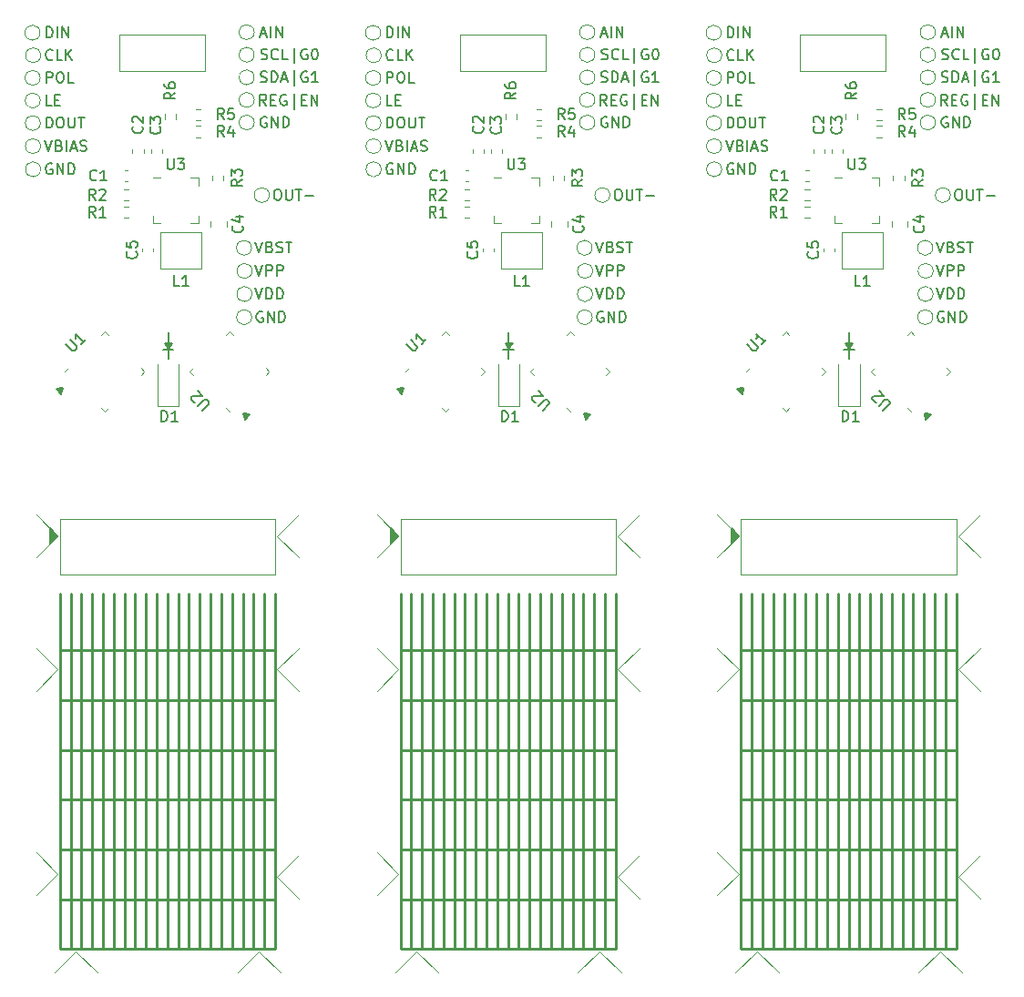
<source format=gbr>
%TF.GenerationSoftware,KiCad,Pcbnew,(6.0.5)*%
%TF.CreationDate,2022-11-09T23:01:59+01:00*%
%TF.ProjectId,piezo_driver_panel,7069657a-6f5f-4647-9269-7665725f7061,rev?*%
%TF.SameCoordinates,PXe4e1c0PYe4e1c0*%
%TF.FileFunction,Legend,Top*%
%TF.FilePolarity,Positive*%
%FSLAX46Y46*%
G04 Gerber Fmt 4.6, Leading zero omitted, Abs format (unit mm)*
G04 Created by KiCad (PCBNEW (6.0.5)) date 2022-11-09 23:01:59*
%MOMM*%
%LPD*%
G01*
G04 APERTURE LIST*
%ADD10C,0.150000*%
%ADD11C,0.200000*%
%ADD12C,0.120000*%
%ADD13C,0.250000*%
G04 APERTURE END LIST*
D10*
X15350000Y-39100000D02*
X16350000Y-39100000D01*
X47000000Y-39100000D02*
X48000000Y-39100000D01*
X78650000Y-39100000D02*
X79650000Y-39100000D01*
D11*
G36*
X15850000Y-39000000D02*
G01*
X15525000Y-38500000D01*
X16200000Y-38500000D01*
X15850000Y-39000000D01*
G37*
X15850000Y-39000000D02*
X15525000Y-38500000D01*
X16200000Y-38500000D01*
X15850000Y-39000000D01*
G36*
X47500000Y-39000000D02*
G01*
X47175000Y-38500000D01*
X47850000Y-38500000D01*
X47500000Y-39000000D01*
G37*
X47500000Y-39000000D02*
X47175000Y-38500000D01*
X47850000Y-38500000D01*
X47500000Y-39000000D01*
G36*
X79150000Y-39000000D02*
G01*
X78825000Y-38500000D01*
X79500000Y-38500000D01*
X79150000Y-39000000D01*
G37*
X79150000Y-39000000D02*
X78825000Y-38500000D01*
X79500000Y-38500000D01*
X79150000Y-39000000D01*
G36*
X5926256Y-43183363D02*
G01*
X5448959Y-42706066D01*
X6050000Y-42600000D01*
X5926256Y-43183363D01*
G37*
X5926256Y-43183363D02*
X5448959Y-42706066D01*
X6050000Y-42600000D01*
X5926256Y-43183363D01*
G36*
X37576256Y-43183363D02*
G01*
X37098959Y-42706066D01*
X37700000Y-42600000D01*
X37576256Y-43183363D01*
G37*
X37576256Y-43183363D02*
X37098959Y-42706066D01*
X37700000Y-42600000D01*
X37576256Y-43183363D01*
G36*
X69226256Y-43183363D02*
G01*
X68748959Y-42706066D01*
X69350000Y-42600000D01*
X69226256Y-43183363D01*
G37*
X69226256Y-43183363D02*
X68748959Y-42706066D01*
X69350000Y-42600000D01*
X69226256Y-43183363D01*
D10*
X15850000Y-39100000D02*
X15850000Y-39900000D01*
X79150000Y-39100000D02*
X79150000Y-39900000D01*
X47500000Y-39100000D02*
X47500000Y-39900000D01*
G36*
X37240000Y-56400000D02*
G01*
X36550000Y-57100000D01*
X36550000Y-55700000D01*
X37240000Y-56400000D01*
G37*
X37240000Y-56400000D02*
X36550000Y-57100000D01*
X36550000Y-55700000D01*
X37240000Y-56400000D01*
G36*
X5590000Y-56400000D02*
G01*
X4900000Y-57100000D01*
X4900000Y-55700000D01*
X5590000Y-56400000D01*
G37*
X5590000Y-56400000D02*
X4900000Y-57100000D01*
X4900000Y-55700000D01*
X5590000Y-56400000D01*
G36*
X68890000Y-56400000D02*
G01*
X68200000Y-57100000D01*
X68200000Y-55700000D01*
X68890000Y-56400000D01*
G37*
X68890000Y-56400000D02*
X68200000Y-57100000D01*
X68200000Y-55700000D01*
X68890000Y-56400000D01*
X47500000Y-38500000D02*
X47500000Y-37500000D01*
X79150000Y-38500000D02*
X79150000Y-37500000D01*
X15850000Y-38500000D02*
X15850000Y-37500000D01*
D11*
G36*
X23450000Y-45100000D02*
G01*
X22972703Y-45577297D01*
X22866637Y-44976256D01*
X23450000Y-45100000D01*
G37*
X23450000Y-45100000D02*
X22972703Y-45577297D01*
X22866637Y-44976256D01*
X23450000Y-45100000D01*
G36*
X55100000Y-45100000D02*
G01*
X54622703Y-45577297D01*
X54516637Y-44976256D01*
X55100000Y-45100000D01*
G37*
X55100000Y-45100000D02*
X54622703Y-45577297D01*
X54516637Y-44976256D01*
X55100000Y-45100000D01*
G36*
X86750000Y-45100000D02*
G01*
X86272703Y-45577297D01*
X86166637Y-44976256D01*
X86750000Y-45100000D01*
G37*
X86750000Y-45100000D02*
X86272703Y-45577297D01*
X86166637Y-44976256D01*
X86750000Y-45100000D01*
D10*
X47500000Y-37500000D02*
X47500000Y-39000000D01*
X15850000Y-37500000D02*
X15850000Y-39000000D01*
X79150000Y-37500000D02*
X79150000Y-39000000D01*
%TO.C,TP9*%
X24437976Y-14154761D02*
X24580833Y-14202380D01*
X24818928Y-14202380D01*
X24914166Y-14154761D01*
X24961785Y-14107142D01*
X25009404Y-14011904D01*
X25009404Y-13916666D01*
X24961785Y-13821428D01*
X24914166Y-13773809D01*
X24818928Y-13726190D01*
X24628452Y-13678571D01*
X24533214Y-13630952D01*
X24485595Y-13583333D01*
X24437976Y-13488095D01*
X24437976Y-13392857D01*
X24485595Y-13297619D01*
X24533214Y-13250000D01*
X24628452Y-13202380D01*
X24866547Y-13202380D01*
X25009404Y-13250000D01*
X25437976Y-14202380D02*
X25437976Y-13202380D01*
X25676071Y-13202380D01*
X25818928Y-13250000D01*
X25914166Y-13345238D01*
X25961785Y-13440476D01*
X26009404Y-13630952D01*
X26009404Y-13773809D01*
X25961785Y-13964285D01*
X25914166Y-14059523D01*
X25818928Y-14154761D01*
X25676071Y-14202380D01*
X25437976Y-14202380D01*
X26390357Y-13916666D02*
X26866547Y-13916666D01*
X26295119Y-14202380D02*
X26628452Y-13202380D01*
X26961785Y-14202380D01*
X27533214Y-14535714D02*
X27533214Y-13107142D01*
X28771309Y-13250000D02*
X28676071Y-13202380D01*
X28533214Y-13202380D01*
X28390357Y-13250000D01*
X28295119Y-13345238D01*
X28247500Y-13440476D01*
X28199880Y-13630952D01*
X28199880Y-13773809D01*
X28247500Y-13964285D01*
X28295119Y-14059523D01*
X28390357Y-14154761D01*
X28533214Y-14202380D01*
X28628452Y-14202380D01*
X28771309Y-14154761D01*
X28818928Y-14107142D01*
X28818928Y-13773809D01*
X28628452Y-13773809D01*
X29771309Y-14202380D02*
X29199880Y-14202380D01*
X29485595Y-14202380D02*
X29485595Y-13202380D01*
X29390357Y-13345238D01*
X29295119Y-13440476D01*
X29199880Y-13488095D01*
%TO.C,TP5*%
X25930952Y-24152380D02*
X26121428Y-24152380D01*
X26216666Y-24200000D01*
X26311904Y-24295238D01*
X26359523Y-24485714D01*
X26359523Y-24819047D01*
X26311904Y-25009523D01*
X26216666Y-25104761D01*
X26121428Y-25152380D01*
X25930952Y-25152380D01*
X25835714Y-25104761D01*
X25740476Y-25009523D01*
X25692857Y-24819047D01*
X25692857Y-24485714D01*
X25740476Y-24295238D01*
X25835714Y-24200000D01*
X25930952Y-24152380D01*
X26788095Y-24152380D02*
X26788095Y-24961904D01*
X26835714Y-25057142D01*
X26883333Y-25104761D01*
X26978571Y-25152380D01*
X27169047Y-25152380D01*
X27264285Y-25104761D01*
X27311904Y-25057142D01*
X27359523Y-24961904D01*
X27359523Y-24152380D01*
X27692857Y-24152380D02*
X28264285Y-24152380D01*
X27978571Y-25152380D02*
X27978571Y-24152380D01*
X28597619Y-24771428D02*
X29359523Y-24771428D01*
%TO.C,TP2*%
X24626190Y-35550000D02*
X24530952Y-35502380D01*
X24388095Y-35502380D01*
X24245237Y-35550000D01*
X24149999Y-35645238D01*
X24102380Y-35740476D01*
X24054761Y-35930952D01*
X24054761Y-36073809D01*
X24102380Y-36264285D01*
X24149999Y-36359523D01*
X24245237Y-36454761D01*
X24388095Y-36502380D01*
X24483333Y-36502380D01*
X24626190Y-36454761D01*
X24673809Y-36407142D01*
X24673809Y-36073809D01*
X24483333Y-36073809D01*
X25102380Y-36502380D02*
X25102380Y-35502380D01*
X25673809Y-36502380D01*
X25673809Y-35502380D01*
X26149999Y-36502380D02*
X26149999Y-35502380D01*
X26388095Y-35502380D01*
X26530952Y-35550000D01*
X26626190Y-35645238D01*
X26673809Y-35740476D01*
X26721428Y-35930952D01*
X26721428Y-36073809D01*
X26673809Y-36264285D01*
X26626190Y-36359523D01*
X26530952Y-36454761D01*
X26388095Y-36502380D01*
X26149999Y-36502380D01*
%TO.C,C5*%
X76177142Y-29966666D02*
X76224761Y-30014285D01*
X76272380Y-30157142D01*
X76272380Y-30252380D01*
X76224761Y-30395238D01*
X76129523Y-30490476D01*
X76034285Y-30538095D01*
X75843809Y-30585714D01*
X75700952Y-30585714D01*
X75510476Y-30538095D01*
X75415238Y-30490476D01*
X75320000Y-30395238D01*
X75272380Y-30252380D01*
X75272380Y-30157142D01*
X75320000Y-30014285D01*
X75367619Y-29966666D01*
X75272380Y-29061904D02*
X75272380Y-29538095D01*
X75748571Y-29585714D01*
X75700952Y-29538095D01*
X75653333Y-29442857D01*
X75653333Y-29204761D01*
X75700952Y-29109523D01*
X75748571Y-29061904D01*
X75843809Y-29014285D01*
X76081904Y-29014285D01*
X76177142Y-29061904D01*
X76224761Y-29109523D01*
X76272380Y-29204761D01*
X76272380Y-29442857D01*
X76224761Y-29538095D01*
X76177142Y-29585714D01*
%TO.C,TP6*%
X24487976Y-9716666D02*
X24964166Y-9716666D01*
X24392738Y-10002380D02*
X24726071Y-9002380D01*
X25059404Y-10002380D01*
X25392738Y-10002380D02*
X25392738Y-9002380D01*
X25868928Y-10002380D02*
X25868928Y-9002380D01*
X26440357Y-10002380D01*
X26440357Y-9002380D01*
%TO.C,TP13*%
X36183331Y-14252380D02*
X36183331Y-13252380D01*
X36564284Y-13252380D01*
X36659522Y-13300000D01*
X36707141Y-13347619D01*
X36754760Y-13442857D01*
X36754760Y-13585714D01*
X36707141Y-13680952D01*
X36659522Y-13728571D01*
X36564284Y-13776190D01*
X36183331Y-13776190D01*
X37373808Y-13252380D02*
X37564284Y-13252380D01*
X37659522Y-13300000D01*
X37754760Y-13395238D01*
X37802379Y-13585714D01*
X37802379Y-13919047D01*
X37754760Y-14109523D01*
X37659522Y-14204761D01*
X37564284Y-14252380D01*
X37373808Y-14252380D01*
X37278569Y-14204761D01*
X37183331Y-14109523D01*
X37135712Y-13919047D01*
X37135712Y-13585714D01*
X37183331Y-13395238D01*
X37278569Y-13300000D01*
X37373808Y-13252380D01*
X38707141Y-14252380D02*
X38230950Y-14252380D01*
X38230950Y-13252380D01*
X67833331Y-14252380D02*
X67833331Y-13252380D01*
X68214284Y-13252380D01*
X68309522Y-13300000D01*
X68357141Y-13347619D01*
X68404760Y-13442857D01*
X68404760Y-13585714D01*
X68357141Y-13680952D01*
X68309522Y-13728571D01*
X68214284Y-13776190D01*
X67833331Y-13776190D01*
X69023808Y-13252380D02*
X69214284Y-13252380D01*
X69309522Y-13300000D01*
X69404760Y-13395238D01*
X69452379Y-13585714D01*
X69452379Y-13919047D01*
X69404760Y-14109523D01*
X69309522Y-14204761D01*
X69214284Y-14252380D01*
X69023808Y-14252380D01*
X68928569Y-14204761D01*
X68833331Y-14109523D01*
X68785712Y-13919047D01*
X68785712Y-13585714D01*
X68833331Y-13395238D01*
X68928569Y-13300000D01*
X69023808Y-13252380D01*
X70357141Y-14252380D02*
X69880950Y-14252380D01*
X69880950Y-13252380D01*
%TO.C,R4*%
X21033333Y-19252380D02*
X20700000Y-18776190D01*
X20461904Y-19252380D02*
X20461904Y-18252380D01*
X20842857Y-18252380D01*
X20938095Y-18300000D01*
X20985714Y-18347619D01*
X21033333Y-18442857D01*
X21033333Y-18585714D01*
X20985714Y-18680952D01*
X20938095Y-18728571D01*
X20842857Y-18776190D01*
X20461904Y-18776190D01*
X21890476Y-18585714D02*
X21890476Y-19252380D01*
X21652380Y-18204761D02*
X21414285Y-18919047D01*
X22033333Y-18919047D01*
%TO.C,TP2*%
X87926190Y-35550000D02*
X87830952Y-35502380D01*
X87688095Y-35502380D01*
X87545237Y-35550000D01*
X87449999Y-35645238D01*
X87402380Y-35740476D01*
X87354761Y-35930952D01*
X87354761Y-36073809D01*
X87402380Y-36264285D01*
X87449999Y-36359523D01*
X87545237Y-36454761D01*
X87688095Y-36502380D01*
X87783333Y-36502380D01*
X87926190Y-36454761D01*
X87973809Y-36407142D01*
X87973809Y-36073809D01*
X87783333Y-36073809D01*
X88402380Y-36502380D02*
X88402380Y-35502380D01*
X88973809Y-36502380D01*
X88973809Y-35502380D01*
X89449999Y-36502380D02*
X89449999Y-35502380D01*
X89688095Y-35502380D01*
X89830952Y-35550000D01*
X89926190Y-35645238D01*
X89973809Y-35740476D01*
X90021428Y-35930952D01*
X90021428Y-36073809D01*
X89973809Y-36264285D01*
X89926190Y-36359523D01*
X89830952Y-36454761D01*
X89688095Y-36502380D01*
X89449999Y-36502380D01*
%TO.C,TP15*%
X4390474Y-19602380D02*
X4723807Y-20602380D01*
X5057141Y-19602380D01*
X5723807Y-20078571D02*
X5866665Y-20126190D01*
X5914284Y-20173809D01*
X5961903Y-20269047D01*
X5961903Y-20411904D01*
X5914284Y-20507142D01*
X5866665Y-20554761D01*
X5771426Y-20602380D01*
X5390474Y-20602380D01*
X5390474Y-19602380D01*
X5723807Y-19602380D01*
X5819045Y-19650000D01*
X5866665Y-19697619D01*
X5914284Y-19792857D01*
X5914284Y-19888095D01*
X5866665Y-19983333D01*
X5819045Y-20030952D01*
X5723807Y-20078571D01*
X5390474Y-20078571D01*
X6390474Y-20602380D02*
X6390474Y-19602380D01*
X6819045Y-20316666D02*
X7295236Y-20316666D01*
X6723807Y-20602380D02*
X7057141Y-19602380D01*
X7390474Y-20602380D01*
X7676188Y-20554761D02*
X7819045Y-20602380D01*
X8057141Y-20602380D01*
X8152379Y-20554761D01*
X8199998Y-20507142D01*
X8247617Y-20411904D01*
X8247617Y-20316666D01*
X8199998Y-20221428D01*
X8152379Y-20173809D01*
X8057141Y-20126190D01*
X7866665Y-20078571D01*
X7771426Y-20030952D01*
X7723807Y-19983333D01*
X7676188Y-19888095D01*
X7676188Y-19792857D01*
X7723807Y-19697619D01*
X7771426Y-19650000D01*
X7866665Y-19602380D01*
X8104760Y-19602380D01*
X8247617Y-19650000D01*
%TO.C,TP11*%
X24957023Y-16352380D02*
X24623690Y-15876190D01*
X24385595Y-16352380D02*
X24385595Y-15352380D01*
X24766547Y-15352380D01*
X24861785Y-15400000D01*
X24909404Y-15447619D01*
X24957023Y-15542857D01*
X24957023Y-15685714D01*
X24909404Y-15780952D01*
X24861785Y-15828571D01*
X24766547Y-15876190D01*
X24385595Y-15876190D01*
X25385595Y-15828571D02*
X25718928Y-15828571D01*
X25861785Y-16352380D02*
X25385595Y-16352380D01*
X25385595Y-15352380D01*
X25861785Y-15352380D01*
X26814166Y-15400000D02*
X26718928Y-15352380D01*
X26576071Y-15352380D01*
X26433214Y-15400000D01*
X26337976Y-15495238D01*
X26290357Y-15590476D01*
X26242738Y-15780952D01*
X26242738Y-15923809D01*
X26290357Y-16114285D01*
X26337976Y-16209523D01*
X26433214Y-16304761D01*
X26576071Y-16352380D01*
X26671309Y-16352380D01*
X26814166Y-16304761D01*
X26861785Y-16257142D01*
X26861785Y-15923809D01*
X26671309Y-15923809D01*
X27528452Y-16685714D02*
X27528452Y-15257142D01*
X28242738Y-15828571D02*
X28576071Y-15828571D01*
X28718928Y-16352380D02*
X28242738Y-16352380D01*
X28242738Y-15352380D01*
X28718928Y-15352380D01*
X29147500Y-16352380D02*
X29147500Y-15352380D01*
X29718928Y-16352380D01*
X29718928Y-15352380D01*
%TO.C,C3*%
X46707142Y-18366666D02*
X46754761Y-18414285D01*
X46802380Y-18557142D01*
X46802380Y-18652380D01*
X46754761Y-18795238D01*
X46659523Y-18890476D01*
X46564285Y-18938095D01*
X46373809Y-18985714D01*
X46230952Y-18985714D01*
X46040476Y-18938095D01*
X45945238Y-18890476D01*
X45850000Y-18795238D01*
X45802380Y-18652380D01*
X45802380Y-18557142D01*
X45850000Y-18414285D01*
X45897619Y-18366666D01*
X45802380Y-18033333D02*
X45802380Y-17414285D01*
X46183333Y-17747619D01*
X46183333Y-17604761D01*
X46230952Y-17509523D01*
X46278571Y-17461904D01*
X46373809Y-17414285D01*
X46611904Y-17414285D01*
X46707142Y-17461904D01*
X46754761Y-17509523D01*
X46802380Y-17604761D01*
X46802380Y-17890476D01*
X46754761Y-17985714D01*
X46707142Y-18033333D01*
%TO.C,TP6*%
X87787976Y-9716666D02*
X88264166Y-9716666D01*
X87692738Y-10002380D02*
X88026071Y-9002380D01*
X88359404Y-10002380D01*
X88692738Y-10002380D02*
X88692738Y-9002380D01*
X89168928Y-10002380D02*
X89168928Y-9002380D01*
X89740357Y-10002380D01*
X89740357Y-9002380D01*
%TO.C,R3*%
X22702380Y-23266666D02*
X22226190Y-23600000D01*
X22702380Y-23838095D02*
X21702380Y-23838095D01*
X21702380Y-23457142D01*
X21750000Y-23361904D01*
X21797619Y-23314285D01*
X21892857Y-23266666D01*
X22035714Y-23266666D01*
X22130952Y-23314285D01*
X22178571Y-23361904D01*
X22226190Y-23457142D01*
X22226190Y-23838095D01*
X21702380Y-22933333D02*
X21702380Y-22314285D01*
X22083333Y-22647619D01*
X22083333Y-22504761D01*
X22130952Y-22409523D01*
X22178571Y-22361904D01*
X22273809Y-22314285D01*
X22511904Y-22314285D01*
X22607142Y-22361904D01*
X22654761Y-22409523D01*
X22702380Y-22504761D01*
X22702380Y-22790476D01*
X22654761Y-22885714D01*
X22607142Y-22933333D01*
%TO.C,R1*%
X9083333Y-26752380D02*
X8750000Y-26276190D01*
X8511904Y-26752380D02*
X8511904Y-25752380D01*
X8892857Y-25752380D01*
X8988095Y-25800000D01*
X9035714Y-25847619D01*
X9083333Y-25942857D01*
X9083333Y-26085714D01*
X9035714Y-26180952D01*
X8988095Y-26228571D01*
X8892857Y-26276190D01*
X8511904Y-26276190D01*
X10035714Y-26752380D02*
X9464285Y-26752380D01*
X9750000Y-26752380D02*
X9750000Y-25752380D01*
X9654761Y-25895238D01*
X9559523Y-25990476D01*
X9464285Y-26038095D01*
%TO.C,U2*%
X82300374Y-44727121D02*
X82872794Y-44154701D01*
X82906466Y-44053686D01*
X82906466Y-43986342D01*
X82872794Y-43885327D01*
X82738107Y-43750640D01*
X82637092Y-43716968D01*
X82569748Y-43716968D01*
X82468733Y-43750640D01*
X81896313Y-44323060D01*
X81660611Y-43952670D02*
X81593268Y-43952670D01*
X81492252Y-43918999D01*
X81323894Y-43750640D01*
X81290222Y-43649625D01*
X81290222Y-43582281D01*
X81323894Y-43481266D01*
X81391237Y-43413922D01*
X81525924Y-43346579D01*
X82334046Y-43346579D01*
X81896313Y-42908846D01*
%TO.C,U3*%
X15788095Y-21302380D02*
X15788095Y-22111904D01*
X15835714Y-22207142D01*
X15883333Y-22254761D01*
X15978571Y-22302380D01*
X16169047Y-22302380D01*
X16264285Y-22254761D01*
X16311904Y-22207142D01*
X16359523Y-22111904D01*
X16359523Y-21302380D01*
X16740476Y-21302380D02*
X17359523Y-21302380D01*
X17026190Y-21683333D01*
X17169047Y-21683333D01*
X17264285Y-21730952D01*
X17311904Y-21778571D01*
X17359523Y-21873809D01*
X17359523Y-22111904D01*
X17311904Y-22207142D01*
X17264285Y-22254761D01*
X17169047Y-22302380D01*
X16883333Y-22302380D01*
X16788095Y-22254761D01*
X16740476Y-22207142D01*
%TO.C,TP10*%
X56137976Y-12054761D02*
X56280833Y-12102380D01*
X56518928Y-12102380D01*
X56614166Y-12054761D01*
X56661785Y-12007142D01*
X56709404Y-11911904D01*
X56709404Y-11816666D01*
X56661785Y-11721428D01*
X56614166Y-11673809D01*
X56518928Y-11626190D01*
X56328452Y-11578571D01*
X56233214Y-11530952D01*
X56185595Y-11483333D01*
X56137976Y-11388095D01*
X56137976Y-11292857D01*
X56185595Y-11197619D01*
X56233214Y-11150000D01*
X56328452Y-11102380D01*
X56566547Y-11102380D01*
X56709404Y-11150000D01*
X57709404Y-12007142D02*
X57661785Y-12054761D01*
X57518928Y-12102380D01*
X57423690Y-12102380D01*
X57280833Y-12054761D01*
X57185595Y-11959523D01*
X57137976Y-11864285D01*
X57090357Y-11673809D01*
X57090357Y-11530952D01*
X57137976Y-11340476D01*
X57185595Y-11245238D01*
X57280833Y-11150000D01*
X57423690Y-11102380D01*
X57518928Y-11102380D01*
X57661785Y-11150000D01*
X57709404Y-11197619D01*
X58614166Y-12102380D02*
X58137976Y-12102380D01*
X58137976Y-11102380D01*
X59185595Y-12435714D02*
X59185595Y-11007142D01*
X60423690Y-11150000D02*
X60328452Y-11102380D01*
X60185595Y-11102380D01*
X60042738Y-11150000D01*
X59947500Y-11245238D01*
X59899880Y-11340476D01*
X59852261Y-11530952D01*
X59852261Y-11673809D01*
X59899880Y-11864285D01*
X59947500Y-11959523D01*
X60042738Y-12054761D01*
X60185595Y-12102380D01*
X60280833Y-12102380D01*
X60423690Y-12054761D01*
X60471309Y-12007142D01*
X60471309Y-11673809D01*
X60280833Y-11673809D01*
X61090357Y-11102380D02*
X61185595Y-11102380D01*
X61280833Y-11150000D01*
X61328452Y-11197619D01*
X61376071Y-11292857D01*
X61423690Y-11483333D01*
X61423690Y-11721428D01*
X61376071Y-11911904D01*
X61328452Y-12007142D01*
X61280833Y-12054761D01*
X61185595Y-12102380D01*
X61090357Y-12102380D01*
X60995119Y-12054761D01*
X60947500Y-12007142D01*
X60899880Y-11911904D01*
X60852261Y-11721428D01*
X60852261Y-11483333D01*
X60899880Y-11292857D01*
X60947500Y-11197619D01*
X60995119Y-11150000D01*
X61090357Y-11102380D01*
%TO.C,R2*%
X9083333Y-25152380D02*
X8750000Y-24676190D01*
X8511904Y-25152380D02*
X8511904Y-24152380D01*
X8892857Y-24152380D01*
X8988095Y-24200000D01*
X9035714Y-24247619D01*
X9083333Y-24342857D01*
X9083333Y-24485714D01*
X9035714Y-24580952D01*
X8988095Y-24628571D01*
X8892857Y-24676190D01*
X8511904Y-24676190D01*
X9464285Y-24247619D02*
X9511904Y-24200000D01*
X9607142Y-24152380D01*
X9845238Y-24152380D01*
X9940476Y-24200000D01*
X9988095Y-24247619D01*
X10035714Y-24342857D01*
X10035714Y-24438095D01*
X9988095Y-24580952D01*
X9416666Y-25152380D01*
X10035714Y-25152380D01*
%TO.C,U2*%
X19000374Y-44727121D02*
X19572794Y-44154701D01*
X19606466Y-44053686D01*
X19606466Y-43986342D01*
X19572794Y-43885327D01*
X19438107Y-43750640D01*
X19337092Y-43716968D01*
X19269748Y-43716968D01*
X19168733Y-43750640D01*
X18596313Y-44323060D01*
X18360611Y-43952670D02*
X18293268Y-43952670D01*
X18192252Y-43918999D01*
X18023894Y-43750640D01*
X17990222Y-43649625D01*
X17990222Y-43582281D01*
X18023894Y-43481266D01*
X18091237Y-43413922D01*
X18225924Y-43346579D01*
X19034046Y-43346579D01*
X18596313Y-42908846D01*
%TO.C,TP1*%
X55609523Y-33352380D02*
X55942857Y-34352380D01*
X56276190Y-33352380D01*
X56609523Y-34352380D02*
X56609523Y-33352380D01*
X56847618Y-33352380D01*
X56990476Y-33400000D01*
X57085714Y-33495238D01*
X57133333Y-33590476D01*
X57180952Y-33780952D01*
X57180952Y-33923809D01*
X57133333Y-34114285D01*
X57085714Y-34209523D01*
X56990476Y-34304761D01*
X56847618Y-34352380D01*
X56609523Y-34352380D01*
X57609523Y-34352380D02*
X57609523Y-33352380D01*
X57847618Y-33352380D01*
X57990476Y-33400000D01*
X58085714Y-33495238D01*
X58133333Y-33590476D01*
X58180952Y-33780952D01*
X58180952Y-33923809D01*
X58133333Y-34114285D01*
X58085714Y-34209523D01*
X57990476Y-34304761D01*
X57847618Y-34352380D01*
X57609523Y-34352380D01*
%TO.C,R1*%
X40733333Y-26752380D02*
X40400000Y-26276190D01*
X40161904Y-26752380D02*
X40161904Y-25752380D01*
X40542857Y-25752380D01*
X40638095Y-25800000D01*
X40685714Y-25847619D01*
X40733333Y-25942857D01*
X40733333Y-26085714D01*
X40685714Y-26180952D01*
X40638095Y-26228571D01*
X40542857Y-26276190D01*
X40161904Y-26276190D01*
X41685714Y-26752380D02*
X41114285Y-26752380D01*
X41400000Y-26752380D02*
X41400000Y-25752380D01*
X41304761Y-25895238D01*
X41209523Y-25990476D01*
X41114285Y-26038095D01*
%TO.C,C5*%
X12877142Y-29966666D02*
X12924761Y-30014285D01*
X12972380Y-30157142D01*
X12972380Y-30252380D01*
X12924761Y-30395238D01*
X12829523Y-30490476D01*
X12734285Y-30538095D01*
X12543809Y-30585714D01*
X12400952Y-30585714D01*
X12210476Y-30538095D01*
X12115238Y-30490476D01*
X12020000Y-30395238D01*
X11972380Y-30252380D01*
X11972380Y-30157142D01*
X12020000Y-30014285D01*
X12067619Y-29966666D01*
X11972380Y-29061904D02*
X11972380Y-29538095D01*
X12448571Y-29585714D01*
X12400952Y-29538095D01*
X12353333Y-29442857D01*
X12353333Y-29204761D01*
X12400952Y-29109523D01*
X12448571Y-29061904D01*
X12543809Y-29014285D01*
X12781904Y-29014285D01*
X12877142Y-29061904D01*
X12924761Y-29109523D01*
X12972380Y-29204761D01*
X12972380Y-29442857D01*
X12924761Y-29538095D01*
X12877142Y-29585714D01*
%TO.C,U2*%
X50650374Y-44727121D02*
X51222794Y-44154701D01*
X51256466Y-44053686D01*
X51256466Y-43986342D01*
X51222794Y-43885327D01*
X51088107Y-43750640D01*
X50987092Y-43716968D01*
X50919748Y-43716968D01*
X50818733Y-43750640D01*
X50246313Y-44323060D01*
X50010611Y-43952670D02*
X49943268Y-43952670D01*
X49842252Y-43918999D01*
X49673894Y-43750640D01*
X49640222Y-43649625D01*
X49640222Y-43582281D01*
X49673894Y-43481266D01*
X49741237Y-43413922D01*
X49875924Y-43346579D01*
X50684046Y-43346579D01*
X50246313Y-42908846D01*
%TO.C,TP14*%
X36659522Y-16352380D02*
X36183332Y-16352380D01*
X36183332Y-15352380D01*
X36992856Y-15828571D02*
X37326189Y-15828571D01*
X37469046Y-16352380D02*
X36992856Y-16352380D01*
X36992856Y-15352380D01*
X37469046Y-15352380D01*
%TO.C,D1*%
X15211904Y-45752380D02*
X15211904Y-44752380D01*
X15450000Y-44752380D01*
X15592857Y-44800000D01*
X15688095Y-44895238D01*
X15735714Y-44990476D01*
X15783333Y-45180952D01*
X15783333Y-45323809D01*
X15735714Y-45514285D01*
X15688095Y-45609523D01*
X15592857Y-45704761D01*
X15450000Y-45752380D01*
X15211904Y-45752380D01*
X16735714Y-45752380D02*
X16164285Y-45752380D01*
X16450000Y-45752380D02*
X16450000Y-44752380D01*
X16354761Y-44895238D01*
X16259523Y-44990476D01*
X16164285Y-45038095D01*
%TO.C,TP4*%
X87259523Y-29052380D02*
X87592857Y-30052380D01*
X87926190Y-29052380D01*
X88592857Y-29528571D02*
X88735714Y-29576190D01*
X88783333Y-29623809D01*
X88830952Y-29719047D01*
X88830952Y-29861904D01*
X88783333Y-29957142D01*
X88735714Y-30004761D01*
X88640476Y-30052380D01*
X88259523Y-30052380D01*
X88259523Y-29052380D01*
X88592857Y-29052380D01*
X88688095Y-29100000D01*
X88735714Y-29147619D01*
X88783333Y-29242857D01*
X88783333Y-29338095D01*
X88735714Y-29433333D01*
X88688095Y-29480952D01*
X88592857Y-29528571D01*
X88259523Y-29528571D01*
X89211904Y-30004761D02*
X89354761Y-30052380D01*
X89592857Y-30052380D01*
X89688095Y-30004761D01*
X89735714Y-29957142D01*
X89783333Y-29861904D01*
X89783333Y-29766666D01*
X89735714Y-29671428D01*
X89688095Y-29623809D01*
X89592857Y-29576190D01*
X89402380Y-29528571D01*
X89307142Y-29480952D01*
X89259523Y-29433333D01*
X89211904Y-29338095D01*
X89211904Y-29242857D01*
X89259523Y-29147619D01*
X89307142Y-29100000D01*
X89402380Y-29052380D01*
X89640476Y-29052380D01*
X89783333Y-29100000D01*
X90069047Y-29052380D02*
X90640476Y-29052380D01*
X90354761Y-30052380D02*
X90354761Y-29052380D01*
%TO.C,TP12*%
X36754760Y-12057142D02*
X36707141Y-12104761D01*
X36564284Y-12152380D01*
X36469046Y-12152380D01*
X36326189Y-12104761D01*
X36230951Y-12009523D01*
X36183332Y-11914285D01*
X36135713Y-11723809D01*
X36135713Y-11580952D01*
X36183332Y-11390476D01*
X36230951Y-11295238D01*
X36326189Y-11200000D01*
X36469046Y-11152380D01*
X36564284Y-11152380D01*
X36707141Y-11200000D01*
X36754760Y-11247619D01*
X37659522Y-12152380D02*
X37183332Y-12152380D01*
X37183332Y-11152380D01*
X37992856Y-12152380D02*
X37992856Y-11152380D01*
X38564284Y-12152380D02*
X38135713Y-11580952D01*
X38564284Y-11152380D02*
X37992856Y-11723809D01*
%TO.C,U1*%
X37972878Y-38550374D02*
X38545298Y-39122794D01*
X38646313Y-39156466D01*
X38713657Y-39156466D01*
X38814672Y-39122794D01*
X38949359Y-38988107D01*
X38983031Y-38887092D01*
X38983031Y-38819748D01*
X38949359Y-38718733D01*
X38376939Y-38146313D01*
X39791153Y-38146313D02*
X39387092Y-38550374D01*
X39589122Y-38348344D02*
X38882016Y-37641237D01*
X38915687Y-37809596D01*
X38915687Y-37944283D01*
X38882016Y-38045298D01*
%TO.C,TP5*%
X57580952Y-24152380D02*
X57771428Y-24152380D01*
X57866666Y-24200000D01*
X57961904Y-24295238D01*
X58009523Y-24485714D01*
X58009523Y-24819047D01*
X57961904Y-25009523D01*
X57866666Y-25104761D01*
X57771428Y-25152380D01*
X57580952Y-25152380D01*
X57485714Y-25104761D01*
X57390476Y-25009523D01*
X57342857Y-24819047D01*
X57342857Y-24485714D01*
X57390476Y-24295238D01*
X57485714Y-24200000D01*
X57580952Y-24152380D01*
X58438095Y-24152380D02*
X58438095Y-24961904D01*
X58485714Y-25057142D01*
X58533333Y-25104761D01*
X58628571Y-25152380D01*
X58819047Y-25152380D01*
X58914285Y-25104761D01*
X58961904Y-25057142D01*
X59009523Y-24961904D01*
X59009523Y-24152380D01*
X59342857Y-24152380D02*
X59914285Y-24152380D01*
X59628571Y-25152380D02*
X59628571Y-24152380D01*
X60247619Y-24771428D02*
X61009523Y-24771428D01*
%TO.C,TP7*%
X36183332Y-10052380D02*
X36183332Y-9052380D01*
X36421427Y-9052380D01*
X36564284Y-9100000D01*
X36659522Y-9195238D01*
X36707142Y-9290476D01*
X36754761Y-9480952D01*
X36754761Y-9623809D01*
X36707142Y-9814285D01*
X36659522Y-9909523D01*
X36564284Y-10004761D01*
X36421427Y-10052380D01*
X36183332Y-10052380D01*
X37183332Y-10052380D02*
X37183332Y-9052380D01*
X37659522Y-10052380D02*
X37659522Y-9052380D01*
X38230951Y-10052380D01*
X38230951Y-9052380D01*
%TO.C,TP2*%
X68357141Y-21800000D02*
X68261903Y-21752380D01*
X68119046Y-21752380D01*
X67976188Y-21800000D01*
X67880950Y-21895238D01*
X67833331Y-21990476D01*
X67785712Y-22180952D01*
X67785712Y-22323809D01*
X67833331Y-22514285D01*
X67880950Y-22609523D01*
X67976188Y-22704761D01*
X68119046Y-22752380D01*
X68214284Y-22752380D01*
X68357141Y-22704761D01*
X68404760Y-22657142D01*
X68404760Y-22323809D01*
X68214284Y-22323809D01*
X68833331Y-22752380D02*
X68833331Y-21752380D01*
X69404760Y-22752380D01*
X69404760Y-21752380D01*
X69880950Y-22752380D02*
X69880950Y-21752380D01*
X70119046Y-21752380D01*
X70261903Y-21800000D01*
X70357141Y-21895238D01*
X70404760Y-21990476D01*
X70452379Y-22180952D01*
X70452379Y-22323809D01*
X70404760Y-22514285D01*
X70357141Y-22609523D01*
X70261903Y-22704761D01*
X70119046Y-22752380D01*
X69880950Y-22752380D01*
X36707141Y-21800000D02*
X36611903Y-21752380D01*
X36469046Y-21752380D01*
X36326188Y-21800000D01*
X36230950Y-21895238D01*
X36183331Y-21990476D01*
X36135712Y-22180952D01*
X36135712Y-22323809D01*
X36183331Y-22514285D01*
X36230950Y-22609523D01*
X36326188Y-22704761D01*
X36469046Y-22752380D01*
X36564284Y-22752380D01*
X36707141Y-22704761D01*
X36754760Y-22657142D01*
X36754760Y-22323809D01*
X36564284Y-22323809D01*
X37183331Y-22752380D02*
X37183331Y-21752380D01*
X37754760Y-22752380D01*
X37754760Y-21752380D01*
X38230950Y-22752380D02*
X38230950Y-21752380D01*
X38469046Y-21752380D01*
X38611903Y-21800000D01*
X38707141Y-21895238D01*
X38754760Y-21990476D01*
X38802379Y-22180952D01*
X38802379Y-22323809D01*
X38754760Y-22514285D01*
X38707141Y-22609523D01*
X38611903Y-22704761D01*
X38469046Y-22752380D01*
X38230950Y-22752380D01*
X88288095Y-17450000D02*
X88192857Y-17402380D01*
X88050000Y-17402380D01*
X87907142Y-17450000D01*
X87811904Y-17545238D01*
X87764285Y-17640476D01*
X87716666Y-17830952D01*
X87716666Y-17973809D01*
X87764285Y-18164285D01*
X87811904Y-18259523D01*
X87907142Y-18354761D01*
X88050000Y-18402380D01*
X88145238Y-18402380D01*
X88288095Y-18354761D01*
X88335714Y-18307142D01*
X88335714Y-17973809D01*
X88145238Y-17973809D01*
X88764285Y-18402380D02*
X88764285Y-17402380D01*
X89335714Y-18402380D01*
X89335714Y-17402380D01*
X89811904Y-18402380D02*
X89811904Y-17402380D01*
X90050000Y-17402380D01*
X90192857Y-17450000D01*
X90288095Y-17545238D01*
X90335714Y-17640476D01*
X90383333Y-17830952D01*
X90383333Y-17973809D01*
X90335714Y-18164285D01*
X90288095Y-18259523D01*
X90192857Y-18354761D01*
X90050000Y-18402380D01*
X89811904Y-18402380D01*
%TO.C,R4*%
X84333333Y-19252380D02*
X84000000Y-18776190D01*
X83761904Y-19252380D02*
X83761904Y-18252380D01*
X84142857Y-18252380D01*
X84238095Y-18300000D01*
X84285714Y-18347619D01*
X84333333Y-18442857D01*
X84333333Y-18585714D01*
X84285714Y-18680952D01*
X84238095Y-18728571D01*
X84142857Y-18776190D01*
X83761904Y-18776190D01*
X85190476Y-18585714D02*
X85190476Y-19252380D01*
X84952380Y-18204761D02*
X84714285Y-18919047D01*
X85333333Y-18919047D01*
%TO.C,TP3*%
X23959523Y-31202380D02*
X24292857Y-32202380D01*
X24626190Y-31202380D01*
X24959523Y-32202380D02*
X24959523Y-31202380D01*
X25340476Y-31202380D01*
X25435714Y-31250000D01*
X25483333Y-31297619D01*
X25530952Y-31392857D01*
X25530952Y-31535714D01*
X25483333Y-31630952D01*
X25435714Y-31678571D01*
X25340476Y-31726190D01*
X24959523Y-31726190D01*
X25959523Y-32202380D02*
X25959523Y-31202380D01*
X26340476Y-31202380D01*
X26435714Y-31250000D01*
X26483333Y-31297619D01*
X26530952Y-31392857D01*
X26530952Y-31535714D01*
X26483333Y-31630952D01*
X26435714Y-31678571D01*
X26340476Y-31726190D01*
X25959523Y-31726190D01*
%TO.C,TP9*%
X87737976Y-14154761D02*
X87880833Y-14202380D01*
X88118928Y-14202380D01*
X88214166Y-14154761D01*
X88261785Y-14107142D01*
X88309404Y-14011904D01*
X88309404Y-13916666D01*
X88261785Y-13821428D01*
X88214166Y-13773809D01*
X88118928Y-13726190D01*
X87928452Y-13678571D01*
X87833214Y-13630952D01*
X87785595Y-13583333D01*
X87737976Y-13488095D01*
X87737976Y-13392857D01*
X87785595Y-13297619D01*
X87833214Y-13250000D01*
X87928452Y-13202380D01*
X88166547Y-13202380D01*
X88309404Y-13250000D01*
X88737976Y-14202380D02*
X88737976Y-13202380D01*
X88976071Y-13202380D01*
X89118928Y-13250000D01*
X89214166Y-13345238D01*
X89261785Y-13440476D01*
X89309404Y-13630952D01*
X89309404Y-13773809D01*
X89261785Y-13964285D01*
X89214166Y-14059523D01*
X89118928Y-14154761D01*
X88976071Y-14202380D01*
X88737976Y-14202380D01*
X89690357Y-13916666D02*
X90166547Y-13916666D01*
X89595119Y-14202380D02*
X89928452Y-13202380D01*
X90261785Y-14202380D01*
X90833214Y-14535714D02*
X90833214Y-13107142D01*
X92071309Y-13250000D02*
X91976071Y-13202380D01*
X91833214Y-13202380D01*
X91690357Y-13250000D01*
X91595119Y-13345238D01*
X91547500Y-13440476D01*
X91499880Y-13630952D01*
X91499880Y-13773809D01*
X91547500Y-13964285D01*
X91595119Y-14059523D01*
X91690357Y-14154761D01*
X91833214Y-14202380D01*
X91928452Y-14202380D01*
X92071309Y-14154761D01*
X92118928Y-14107142D01*
X92118928Y-13773809D01*
X91928452Y-13773809D01*
X93071309Y-14202380D02*
X92499880Y-14202380D01*
X92785595Y-14202380D02*
X92785595Y-13202380D01*
X92690357Y-13345238D01*
X92595119Y-13440476D01*
X92499880Y-13488095D01*
%TO.C,TP8*%
X67833331Y-18452380D02*
X67833331Y-17452380D01*
X68071427Y-17452380D01*
X68214284Y-17500000D01*
X68309522Y-17595238D01*
X68357141Y-17690476D01*
X68404760Y-17880952D01*
X68404760Y-18023809D01*
X68357141Y-18214285D01*
X68309522Y-18309523D01*
X68214284Y-18404761D01*
X68071427Y-18452380D01*
X67833331Y-18452380D01*
X69023808Y-17452380D02*
X69214284Y-17452380D01*
X69309522Y-17500000D01*
X69404760Y-17595238D01*
X69452379Y-17785714D01*
X69452379Y-18119047D01*
X69404760Y-18309523D01*
X69309522Y-18404761D01*
X69214284Y-18452380D01*
X69023808Y-18452380D01*
X68928569Y-18404761D01*
X68833331Y-18309523D01*
X68785712Y-18119047D01*
X68785712Y-17785714D01*
X68833331Y-17595238D01*
X68928569Y-17500000D01*
X69023808Y-17452380D01*
X69880950Y-17452380D02*
X69880950Y-18261904D01*
X69928569Y-18357142D01*
X69976188Y-18404761D01*
X70071427Y-18452380D01*
X70261903Y-18452380D01*
X70357141Y-18404761D01*
X70404760Y-18357142D01*
X70452379Y-18261904D01*
X70452379Y-17452380D01*
X70785712Y-17452380D02*
X71357141Y-17452380D01*
X71071427Y-18452380D02*
X71071427Y-17452380D01*
%TO.C,C1*%
X40833333Y-23257142D02*
X40785714Y-23304761D01*
X40642857Y-23352380D01*
X40547619Y-23352380D01*
X40404761Y-23304761D01*
X40309523Y-23209523D01*
X40261904Y-23114285D01*
X40214285Y-22923809D01*
X40214285Y-22780952D01*
X40261904Y-22590476D01*
X40309523Y-22495238D01*
X40404761Y-22400000D01*
X40547619Y-22352380D01*
X40642857Y-22352380D01*
X40785714Y-22400000D01*
X40833333Y-22447619D01*
X41785714Y-23352380D02*
X41214285Y-23352380D01*
X41500000Y-23352380D02*
X41500000Y-22352380D01*
X41404761Y-22495238D01*
X41309523Y-22590476D01*
X41214285Y-22638095D01*
%TO.C,U3*%
X47438095Y-21302380D02*
X47438095Y-22111904D01*
X47485714Y-22207142D01*
X47533333Y-22254761D01*
X47628571Y-22302380D01*
X47819047Y-22302380D01*
X47914285Y-22254761D01*
X47961904Y-22207142D01*
X48009523Y-22111904D01*
X48009523Y-21302380D01*
X48390476Y-21302380D02*
X49009523Y-21302380D01*
X48676190Y-21683333D01*
X48819047Y-21683333D01*
X48914285Y-21730952D01*
X48961904Y-21778571D01*
X49009523Y-21873809D01*
X49009523Y-22111904D01*
X48961904Y-22207142D01*
X48914285Y-22254761D01*
X48819047Y-22302380D01*
X48533333Y-22302380D01*
X48438095Y-22254761D01*
X48390476Y-22207142D01*
%TO.C,U1*%
X6322878Y-38550374D02*
X6895298Y-39122794D01*
X6996313Y-39156466D01*
X7063657Y-39156466D01*
X7164672Y-39122794D01*
X7299359Y-38988107D01*
X7333031Y-38887092D01*
X7333031Y-38819748D01*
X7299359Y-38718733D01*
X6726939Y-38146313D01*
X8141153Y-38146313D02*
X7737092Y-38550374D01*
X7939122Y-38348344D02*
X7232016Y-37641237D01*
X7265687Y-37809596D01*
X7265687Y-37944283D01*
X7232016Y-38045298D01*
%TO.C,R3*%
X86002380Y-23266666D02*
X85526190Y-23600000D01*
X86002380Y-23838095D02*
X85002380Y-23838095D01*
X85002380Y-23457142D01*
X85050000Y-23361904D01*
X85097619Y-23314285D01*
X85192857Y-23266666D01*
X85335714Y-23266666D01*
X85430952Y-23314285D01*
X85478571Y-23361904D01*
X85526190Y-23457142D01*
X85526190Y-23838095D01*
X85002380Y-22933333D02*
X85002380Y-22314285D01*
X85383333Y-22647619D01*
X85383333Y-22504761D01*
X85430952Y-22409523D01*
X85478571Y-22361904D01*
X85573809Y-22314285D01*
X85811904Y-22314285D01*
X85907142Y-22361904D01*
X85954761Y-22409523D01*
X86002380Y-22504761D01*
X86002380Y-22790476D01*
X85954761Y-22885714D01*
X85907142Y-22933333D01*
%TO.C,TP2*%
X56638095Y-17450000D02*
X56542857Y-17402380D01*
X56400000Y-17402380D01*
X56257142Y-17450000D01*
X56161904Y-17545238D01*
X56114285Y-17640476D01*
X56066666Y-17830952D01*
X56066666Y-17973809D01*
X56114285Y-18164285D01*
X56161904Y-18259523D01*
X56257142Y-18354761D01*
X56400000Y-18402380D01*
X56495238Y-18402380D01*
X56638095Y-18354761D01*
X56685714Y-18307142D01*
X56685714Y-17973809D01*
X56495238Y-17973809D01*
X57114285Y-18402380D02*
X57114285Y-17402380D01*
X57685714Y-18402380D01*
X57685714Y-17402380D01*
X58161904Y-18402380D02*
X58161904Y-17402380D01*
X58400000Y-17402380D01*
X58542857Y-17450000D01*
X58638095Y-17545238D01*
X58685714Y-17640476D01*
X58733333Y-17830952D01*
X58733333Y-17973809D01*
X58685714Y-18164285D01*
X58638095Y-18259523D01*
X58542857Y-18354761D01*
X58400000Y-18402380D01*
X58161904Y-18402380D01*
X5057141Y-21800000D02*
X4961903Y-21752380D01*
X4819046Y-21752380D01*
X4676188Y-21800000D01*
X4580950Y-21895238D01*
X4533331Y-21990476D01*
X4485712Y-22180952D01*
X4485712Y-22323809D01*
X4533331Y-22514285D01*
X4580950Y-22609523D01*
X4676188Y-22704761D01*
X4819046Y-22752380D01*
X4914284Y-22752380D01*
X5057141Y-22704761D01*
X5104760Y-22657142D01*
X5104760Y-22323809D01*
X4914284Y-22323809D01*
X5533331Y-22752380D02*
X5533331Y-21752380D01*
X6104760Y-22752380D01*
X6104760Y-21752380D01*
X6580950Y-22752380D02*
X6580950Y-21752380D01*
X6819046Y-21752380D01*
X6961903Y-21800000D01*
X7057141Y-21895238D01*
X7104760Y-21990476D01*
X7152379Y-22180952D01*
X7152379Y-22323809D01*
X7104760Y-22514285D01*
X7057141Y-22609523D01*
X6961903Y-22704761D01*
X6819046Y-22752380D01*
X6580950Y-22752380D01*
%TO.C,TP6*%
X56137976Y-9716666D02*
X56614166Y-9716666D01*
X56042738Y-10002380D02*
X56376071Y-9002380D01*
X56709404Y-10002380D01*
X57042738Y-10002380D02*
X57042738Y-9002380D01*
X57518928Y-10002380D02*
X57518928Y-9002380D01*
X58090357Y-10002380D01*
X58090357Y-9002380D01*
%TO.C,C5*%
X44527142Y-29966666D02*
X44574761Y-30014285D01*
X44622380Y-30157142D01*
X44622380Y-30252380D01*
X44574761Y-30395238D01*
X44479523Y-30490476D01*
X44384285Y-30538095D01*
X44193809Y-30585714D01*
X44050952Y-30585714D01*
X43860476Y-30538095D01*
X43765238Y-30490476D01*
X43670000Y-30395238D01*
X43622380Y-30252380D01*
X43622380Y-30157142D01*
X43670000Y-30014285D01*
X43717619Y-29966666D01*
X43622380Y-29061904D02*
X43622380Y-29538095D01*
X44098571Y-29585714D01*
X44050952Y-29538095D01*
X44003333Y-29442857D01*
X44003333Y-29204761D01*
X44050952Y-29109523D01*
X44098571Y-29061904D01*
X44193809Y-29014285D01*
X44431904Y-29014285D01*
X44527142Y-29061904D01*
X44574761Y-29109523D01*
X44622380Y-29204761D01*
X44622380Y-29442857D01*
X44574761Y-29538095D01*
X44527142Y-29585714D01*
%TO.C,C3*%
X78357142Y-18366666D02*
X78404761Y-18414285D01*
X78452380Y-18557142D01*
X78452380Y-18652380D01*
X78404761Y-18795238D01*
X78309523Y-18890476D01*
X78214285Y-18938095D01*
X78023809Y-18985714D01*
X77880952Y-18985714D01*
X77690476Y-18938095D01*
X77595238Y-18890476D01*
X77500000Y-18795238D01*
X77452380Y-18652380D01*
X77452380Y-18557142D01*
X77500000Y-18414285D01*
X77547619Y-18366666D01*
X77452380Y-18033333D02*
X77452380Y-17414285D01*
X77833333Y-17747619D01*
X77833333Y-17604761D01*
X77880952Y-17509523D01*
X77928571Y-17461904D01*
X78023809Y-17414285D01*
X78261904Y-17414285D01*
X78357142Y-17461904D01*
X78404761Y-17509523D01*
X78452380Y-17604761D01*
X78452380Y-17890476D01*
X78404761Y-17985714D01*
X78357142Y-18033333D01*
%TO.C,TP1*%
X23959523Y-33352380D02*
X24292857Y-34352380D01*
X24626190Y-33352380D01*
X24959523Y-34352380D02*
X24959523Y-33352380D01*
X25197618Y-33352380D01*
X25340476Y-33400000D01*
X25435714Y-33495238D01*
X25483333Y-33590476D01*
X25530952Y-33780952D01*
X25530952Y-33923809D01*
X25483333Y-34114285D01*
X25435714Y-34209523D01*
X25340476Y-34304761D01*
X25197618Y-34352380D01*
X24959523Y-34352380D01*
X25959523Y-34352380D02*
X25959523Y-33352380D01*
X26197618Y-33352380D01*
X26340476Y-33400000D01*
X26435714Y-33495238D01*
X26483333Y-33590476D01*
X26530952Y-33780952D01*
X26530952Y-33923809D01*
X26483333Y-34114285D01*
X26435714Y-34209523D01*
X26340476Y-34304761D01*
X26197618Y-34352380D01*
X25959523Y-34352380D01*
%TO.C,C4*%
X22707142Y-27566666D02*
X22754761Y-27614285D01*
X22802380Y-27757142D01*
X22802380Y-27852380D01*
X22754761Y-27995238D01*
X22659523Y-28090476D01*
X22564285Y-28138095D01*
X22373809Y-28185714D01*
X22230952Y-28185714D01*
X22040476Y-28138095D01*
X21945238Y-28090476D01*
X21850000Y-27995238D01*
X21802380Y-27852380D01*
X21802380Y-27757142D01*
X21850000Y-27614285D01*
X21897619Y-27566666D01*
X22135714Y-26709523D02*
X22802380Y-26709523D01*
X21754761Y-26947619D02*
X22469047Y-27185714D01*
X22469047Y-26566666D01*
%TO.C,R5*%
X21033333Y-17652380D02*
X20700000Y-17176190D01*
X20461904Y-17652380D02*
X20461904Y-16652380D01*
X20842857Y-16652380D01*
X20938095Y-16700000D01*
X20985714Y-16747619D01*
X21033333Y-16842857D01*
X21033333Y-16985714D01*
X20985714Y-17080952D01*
X20938095Y-17128571D01*
X20842857Y-17176190D01*
X20461904Y-17176190D01*
X21938095Y-16652380D02*
X21461904Y-16652380D01*
X21414285Y-17128571D01*
X21461904Y-17080952D01*
X21557142Y-17033333D01*
X21795238Y-17033333D01*
X21890476Y-17080952D01*
X21938095Y-17128571D01*
X21985714Y-17223809D01*
X21985714Y-17461904D01*
X21938095Y-17557142D01*
X21890476Y-17604761D01*
X21795238Y-17652380D01*
X21557142Y-17652380D01*
X21461904Y-17604761D01*
X21414285Y-17557142D01*
%TO.C,TP5*%
X89230952Y-24152380D02*
X89421428Y-24152380D01*
X89516666Y-24200000D01*
X89611904Y-24295238D01*
X89659523Y-24485714D01*
X89659523Y-24819047D01*
X89611904Y-25009523D01*
X89516666Y-25104761D01*
X89421428Y-25152380D01*
X89230952Y-25152380D01*
X89135714Y-25104761D01*
X89040476Y-25009523D01*
X88992857Y-24819047D01*
X88992857Y-24485714D01*
X89040476Y-24295238D01*
X89135714Y-24200000D01*
X89230952Y-24152380D01*
X90088095Y-24152380D02*
X90088095Y-24961904D01*
X90135714Y-25057142D01*
X90183333Y-25104761D01*
X90278571Y-25152380D01*
X90469047Y-25152380D01*
X90564285Y-25104761D01*
X90611904Y-25057142D01*
X90659523Y-24961904D01*
X90659523Y-24152380D01*
X90992857Y-24152380D02*
X91564285Y-24152380D01*
X91278571Y-25152380D02*
X91278571Y-24152380D01*
X91897619Y-24771428D02*
X92659523Y-24771428D01*
%TO.C,R6*%
X48152380Y-15166666D02*
X47676190Y-15500000D01*
X48152380Y-15738095D02*
X47152380Y-15738095D01*
X47152380Y-15357142D01*
X47200000Y-15261904D01*
X47247619Y-15214285D01*
X47342857Y-15166666D01*
X47485714Y-15166666D01*
X47580952Y-15214285D01*
X47628571Y-15261904D01*
X47676190Y-15357142D01*
X47676190Y-15738095D01*
X47152380Y-14309523D02*
X47152380Y-14500000D01*
X47200000Y-14595238D01*
X47247619Y-14642857D01*
X47390476Y-14738095D01*
X47580952Y-14785714D01*
X47961904Y-14785714D01*
X48057142Y-14738095D01*
X48104761Y-14690476D01*
X48152380Y-14595238D01*
X48152380Y-14404761D01*
X48104761Y-14309523D01*
X48057142Y-14261904D01*
X47961904Y-14214285D01*
X47723809Y-14214285D01*
X47628571Y-14261904D01*
X47580952Y-14309523D01*
X47533333Y-14404761D01*
X47533333Y-14595238D01*
X47580952Y-14690476D01*
X47628571Y-14738095D01*
X47723809Y-14785714D01*
X79802380Y-15166666D02*
X79326190Y-15500000D01*
X79802380Y-15738095D02*
X78802380Y-15738095D01*
X78802380Y-15357142D01*
X78850000Y-15261904D01*
X78897619Y-15214285D01*
X78992857Y-15166666D01*
X79135714Y-15166666D01*
X79230952Y-15214285D01*
X79278571Y-15261904D01*
X79326190Y-15357142D01*
X79326190Y-15738095D01*
X78802380Y-14309523D02*
X78802380Y-14500000D01*
X78850000Y-14595238D01*
X78897619Y-14642857D01*
X79040476Y-14738095D01*
X79230952Y-14785714D01*
X79611904Y-14785714D01*
X79707142Y-14738095D01*
X79754761Y-14690476D01*
X79802380Y-14595238D01*
X79802380Y-14404761D01*
X79754761Y-14309523D01*
X79707142Y-14261904D01*
X79611904Y-14214285D01*
X79373809Y-14214285D01*
X79278571Y-14261904D01*
X79230952Y-14309523D01*
X79183333Y-14404761D01*
X79183333Y-14595238D01*
X79230952Y-14690476D01*
X79278571Y-14738095D01*
X79373809Y-14785714D01*
%TO.C,TP14*%
X68309522Y-16352380D02*
X67833332Y-16352380D01*
X67833332Y-15352380D01*
X68642856Y-15828571D02*
X68976189Y-15828571D01*
X69119046Y-16352380D02*
X68642856Y-16352380D01*
X68642856Y-15352380D01*
X69119046Y-15352380D01*
%TO.C,TP15*%
X67690474Y-19602380D02*
X68023807Y-20602380D01*
X68357141Y-19602380D01*
X69023807Y-20078571D02*
X69166665Y-20126190D01*
X69214284Y-20173809D01*
X69261903Y-20269047D01*
X69261903Y-20411904D01*
X69214284Y-20507142D01*
X69166665Y-20554761D01*
X69071426Y-20602380D01*
X68690474Y-20602380D01*
X68690474Y-19602380D01*
X69023807Y-19602380D01*
X69119045Y-19650000D01*
X69166665Y-19697619D01*
X69214284Y-19792857D01*
X69214284Y-19888095D01*
X69166665Y-19983333D01*
X69119045Y-20030952D01*
X69023807Y-20078571D01*
X68690474Y-20078571D01*
X69690474Y-20602380D02*
X69690474Y-19602380D01*
X70119045Y-20316666D02*
X70595236Y-20316666D01*
X70023807Y-20602380D02*
X70357141Y-19602380D01*
X70690474Y-20602380D01*
X70976188Y-20554761D02*
X71119045Y-20602380D01*
X71357141Y-20602380D01*
X71452379Y-20554761D01*
X71499998Y-20507142D01*
X71547617Y-20411904D01*
X71547617Y-20316666D01*
X71499998Y-20221428D01*
X71452379Y-20173809D01*
X71357141Y-20126190D01*
X71166665Y-20078571D01*
X71071426Y-20030952D01*
X71023807Y-19983333D01*
X70976188Y-19888095D01*
X70976188Y-19792857D01*
X71023807Y-19697619D01*
X71071426Y-19650000D01*
X71166665Y-19602380D01*
X71404760Y-19602380D01*
X71547617Y-19650000D01*
%TO.C,R2*%
X40733333Y-25152380D02*
X40400000Y-24676190D01*
X40161904Y-25152380D02*
X40161904Y-24152380D01*
X40542857Y-24152380D01*
X40638095Y-24200000D01*
X40685714Y-24247619D01*
X40733333Y-24342857D01*
X40733333Y-24485714D01*
X40685714Y-24580952D01*
X40638095Y-24628571D01*
X40542857Y-24676190D01*
X40161904Y-24676190D01*
X41114285Y-24247619D02*
X41161904Y-24200000D01*
X41257142Y-24152380D01*
X41495238Y-24152380D01*
X41590476Y-24200000D01*
X41638095Y-24247619D01*
X41685714Y-24342857D01*
X41685714Y-24438095D01*
X41638095Y-24580952D01*
X41066666Y-25152380D01*
X41685714Y-25152380D01*
%TO.C,TP4*%
X55609523Y-29052380D02*
X55942857Y-30052380D01*
X56276190Y-29052380D01*
X56942857Y-29528571D02*
X57085714Y-29576190D01*
X57133333Y-29623809D01*
X57180952Y-29719047D01*
X57180952Y-29861904D01*
X57133333Y-29957142D01*
X57085714Y-30004761D01*
X56990476Y-30052380D01*
X56609523Y-30052380D01*
X56609523Y-29052380D01*
X56942857Y-29052380D01*
X57038095Y-29100000D01*
X57085714Y-29147619D01*
X57133333Y-29242857D01*
X57133333Y-29338095D01*
X57085714Y-29433333D01*
X57038095Y-29480952D01*
X56942857Y-29528571D01*
X56609523Y-29528571D01*
X57561904Y-30004761D02*
X57704761Y-30052380D01*
X57942857Y-30052380D01*
X58038095Y-30004761D01*
X58085714Y-29957142D01*
X58133333Y-29861904D01*
X58133333Y-29766666D01*
X58085714Y-29671428D01*
X58038095Y-29623809D01*
X57942857Y-29576190D01*
X57752380Y-29528571D01*
X57657142Y-29480952D01*
X57609523Y-29433333D01*
X57561904Y-29338095D01*
X57561904Y-29242857D01*
X57609523Y-29147619D01*
X57657142Y-29100000D01*
X57752380Y-29052380D01*
X57990476Y-29052380D01*
X58133333Y-29100000D01*
X58419047Y-29052380D02*
X58990476Y-29052380D01*
X58704761Y-30052380D02*
X58704761Y-29052380D01*
%TO.C,C1*%
X72483333Y-23257142D02*
X72435714Y-23304761D01*
X72292857Y-23352380D01*
X72197619Y-23352380D01*
X72054761Y-23304761D01*
X71959523Y-23209523D01*
X71911904Y-23114285D01*
X71864285Y-22923809D01*
X71864285Y-22780952D01*
X71911904Y-22590476D01*
X71959523Y-22495238D01*
X72054761Y-22400000D01*
X72197619Y-22352380D01*
X72292857Y-22352380D01*
X72435714Y-22400000D01*
X72483333Y-22447619D01*
X73435714Y-23352380D02*
X72864285Y-23352380D01*
X73150000Y-23352380D02*
X73150000Y-22352380D01*
X73054761Y-22495238D01*
X72959523Y-22590476D01*
X72864285Y-22638095D01*
%TO.C,TP12*%
X5104760Y-12057142D02*
X5057141Y-12104761D01*
X4914284Y-12152380D01*
X4819046Y-12152380D01*
X4676189Y-12104761D01*
X4580951Y-12009523D01*
X4533332Y-11914285D01*
X4485713Y-11723809D01*
X4485713Y-11580952D01*
X4533332Y-11390476D01*
X4580951Y-11295238D01*
X4676189Y-11200000D01*
X4819046Y-11152380D01*
X4914284Y-11152380D01*
X5057141Y-11200000D01*
X5104760Y-11247619D01*
X6009522Y-12152380D02*
X5533332Y-12152380D01*
X5533332Y-11152380D01*
X6342856Y-12152380D02*
X6342856Y-11152380D01*
X6914284Y-12152380D02*
X6485713Y-11580952D01*
X6914284Y-11152380D02*
X6342856Y-11723809D01*
%TO.C,TP10*%
X87787976Y-12054761D02*
X87930833Y-12102380D01*
X88168928Y-12102380D01*
X88264166Y-12054761D01*
X88311785Y-12007142D01*
X88359404Y-11911904D01*
X88359404Y-11816666D01*
X88311785Y-11721428D01*
X88264166Y-11673809D01*
X88168928Y-11626190D01*
X87978452Y-11578571D01*
X87883214Y-11530952D01*
X87835595Y-11483333D01*
X87787976Y-11388095D01*
X87787976Y-11292857D01*
X87835595Y-11197619D01*
X87883214Y-11150000D01*
X87978452Y-11102380D01*
X88216547Y-11102380D01*
X88359404Y-11150000D01*
X89359404Y-12007142D02*
X89311785Y-12054761D01*
X89168928Y-12102380D01*
X89073690Y-12102380D01*
X88930833Y-12054761D01*
X88835595Y-11959523D01*
X88787976Y-11864285D01*
X88740357Y-11673809D01*
X88740357Y-11530952D01*
X88787976Y-11340476D01*
X88835595Y-11245238D01*
X88930833Y-11150000D01*
X89073690Y-11102380D01*
X89168928Y-11102380D01*
X89311785Y-11150000D01*
X89359404Y-11197619D01*
X90264166Y-12102380D02*
X89787976Y-12102380D01*
X89787976Y-11102380D01*
X90835595Y-12435714D02*
X90835595Y-11007142D01*
X92073690Y-11150000D02*
X91978452Y-11102380D01*
X91835595Y-11102380D01*
X91692738Y-11150000D01*
X91597500Y-11245238D01*
X91549880Y-11340476D01*
X91502261Y-11530952D01*
X91502261Y-11673809D01*
X91549880Y-11864285D01*
X91597500Y-11959523D01*
X91692738Y-12054761D01*
X91835595Y-12102380D01*
X91930833Y-12102380D01*
X92073690Y-12054761D01*
X92121309Y-12007142D01*
X92121309Y-11673809D01*
X91930833Y-11673809D01*
X92740357Y-11102380D02*
X92835595Y-11102380D01*
X92930833Y-11150000D01*
X92978452Y-11197619D01*
X93026071Y-11292857D01*
X93073690Y-11483333D01*
X93073690Y-11721428D01*
X93026071Y-11911904D01*
X92978452Y-12007142D01*
X92930833Y-12054761D01*
X92835595Y-12102380D01*
X92740357Y-12102380D01*
X92645119Y-12054761D01*
X92597500Y-12007142D01*
X92549880Y-11911904D01*
X92502261Y-11721428D01*
X92502261Y-11483333D01*
X92549880Y-11292857D01*
X92597500Y-11197619D01*
X92645119Y-11150000D01*
X92740357Y-11102380D01*
%TO.C,R4*%
X52683333Y-19252380D02*
X52350000Y-18776190D01*
X52111904Y-19252380D02*
X52111904Y-18252380D01*
X52492857Y-18252380D01*
X52588095Y-18300000D01*
X52635714Y-18347619D01*
X52683333Y-18442857D01*
X52683333Y-18585714D01*
X52635714Y-18680952D01*
X52588095Y-18728571D01*
X52492857Y-18776190D01*
X52111904Y-18776190D01*
X53540476Y-18585714D02*
X53540476Y-19252380D01*
X53302380Y-18204761D02*
X53064285Y-18919047D01*
X53683333Y-18919047D01*
%TO.C,C2*%
X76707142Y-18316666D02*
X76754761Y-18364285D01*
X76802380Y-18507142D01*
X76802380Y-18602380D01*
X76754761Y-18745238D01*
X76659523Y-18840476D01*
X76564285Y-18888095D01*
X76373809Y-18935714D01*
X76230952Y-18935714D01*
X76040476Y-18888095D01*
X75945238Y-18840476D01*
X75850000Y-18745238D01*
X75802380Y-18602380D01*
X75802380Y-18507142D01*
X75850000Y-18364285D01*
X75897619Y-18316666D01*
X75897619Y-17935714D02*
X75850000Y-17888095D01*
X75802380Y-17792857D01*
X75802380Y-17554761D01*
X75850000Y-17459523D01*
X75897619Y-17411904D01*
X75992857Y-17364285D01*
X76088095Y-17364285D01*
X76230952Y-17411904D01*
X76802380Y-17983333D01*
X76802380Y-17364285D01*
%TO.C,C4*%
X54357142Y-27566666D02*
X54404761Y-27614285D01*
X54452380Y-27757142D01*
X54452380Y-27852380D01*
X54404761Y-27995238D01*
X54309523Y-28090476D01*
X54214285Y-28138095D01*
X54023809Y-28185714D01*
X53880952Y-28185714D01*
X53690476Y-28138095D01*
X53595238Y-28090476D01*
X53500000Y-27995238D01*
X53452380Y-27852380D01*
X53452380Y-27757142D01*
X53500000Y-27614285D01*
X53547619Y-27566666D01*
X53785714Y-26709523D02*
X54452380Y-26709523D01*
X53404761Y-26947619D02*
X54119047Y-27185714D01*
X54119047Y-26566666D01*
%TO.C,C1*%
X9183333Y-23257142D02*
X9135714Y-23304761D01*
X8992857Y-23352380D01*
X8897619Y-23352380D01*
X8754761Y-23304761D01*
X8659523Y-23209523D01*
X8611904Y-23114285D01*
X8564285Y-22923809D01*
X8564285Y-22780952D01*
X8611904Y-22590476D01*
X8659523Y-22495238D01*
X8754761Y-22400000D01*
X8897619Y-22352380D01*
X8992857Y-22352380D01*
X9135714Y-22400000D01*
X9183333Y-22447619D01*
X10135714Y-23352380D02*
X9564285Y-23352380D01*
X9850000Y-23352380D02*
X9850000Y-22352380D01*
X9754761Y-22495238D01*
X9659523Y-22590476D01*
X9564285Y-22638095D01*
%TO.C,C3*%
X15057142Y-18366666D02*
X15104761Y-18414285D01*
X15152380Y-18557142D01*
X15152380Y-18652380D01*
X15104761Y-18795238D01*
X15009523Y-18890476D01*
X14914285Y-18938095D01*
X14723809Y-18985714D01*
X14580952Y-18985714D01*
X14390476Y-18938095D01*
X14295238Y-18890476D01*
X14200000Y-18795238D01*
X14152380Y-18652380D01*
X14152380Y-18557142D01*
X14200000Y-18414285D01*
X14247619Y-18366666D01*
X14152380Y-18033333D02*
X14152380Y-17414285D01*
X14533333Y-17747619D01*
X14533333Y-17604761D01*
X14580952Y-17509523D01*
X14628571Y-17461904D01*
X14723809Y-17414285D01*
X14961904Y-17414285D01*
X15057142Y-17461904D01*
X15104761Y-17509523D01*
X15152380Y-17604761D01*
X15152380Y-17890476D01*
X15104761Y-17985714D01*
X15057142Y-18033333D01*
%TO.C,R5*%
X84333333Y-17652380D02*
X84000000Y-17176190D01*
X83761904Y-17652380D02*
X83761904Y-16652380D01*
X84142857Y-16652380D01*
X84238095Y-16700000D01*
X84285714Y-16747619D01*
X84333333Y-16842857D01*
X84333333Y-16985714D01*
X84285714Y-17080952D01*
X84238095Y-17128571D01*
X84142857Y-17176190D01*
X83761904Y-17176190D01*
X85238095Y-16652380D02*
X84761904Y-16652380D01*
X84714285Y-17128571D01*
X84761904Y-17080952D01*
X84857142Y-17033333D01*
X85095238Y-17033333D01*
X85190476Y-17080952D01*
X85238095Y-17128571D01*
X85285714Y-17223809D01*
X85285714Y-17461904D01*
X85238095Y-17557142D01*
X85190476Y-17604761D01*
X85095238Y-17652380D01*
X84857142Y-17652380D01*
X84761904Y-17604761D01*
X84714285Y-17557142D01*
%TO.C,TP8*%
X36183331Y-18452380D02*
X36183331Y-17452380D01*
X36421427Y-17452380D01*
X36564284Y-17500000D01*
X36659522Y-17595238D01*
X36707141Y-17690476D01*
X36754760Y-17880952D01*
X36754760Y-18023809D01*
X36707141Y-18214285D01*
X36659522Y-18309523D01*
X36564284Y-18404761D01*
X36421427Y-18452380D01*
X36183331Y-18452380D01*
X37373808Y-17452380D02*
X37564284Y-17452380D01*
X37659522Y-17500000D01*
X37754760Y-17595238D01*
X37802379Y-17785714D01*
X37802379Y-18119047D01*
X37754760Y-18309523D01*
X37659522Y-18404761D01*
X37564284Y-18452380D01*
X37373808Y-18452380D01*
X37278569Y-18404761D01*
X37183331Y-18309523D01*
X37135712Y-18119047D01*
X37135712Y-17785714D01*
X37183331Y-17595238D01*
X37278569Y-17500000D01*
X37373808Y-17452380D01*
X38230950Y-17452380D02*
X38230950Y-18261904D01*
X38278569Y-18357142D01*
X38326188Y-18404761D01*
X38421427Y-18452380D01*
X38611903Y-18452380D01*
X38707141Y-18404761D01*
X38754760Y-18357142D01*
X38802379Y-18261904D01*
X38802379Y-17452380D01*
X39135712Y-17452380D02*
X39707141Y-17452380D01*
X39421427Y-18452380D02*
X39421427Y-17452380D01*
%TO.C,TP11*%
X88257023Y-16352380D02*
X87923690Y-15876190D01*
X87685595Y-16352380D02*
X87685595Y-15352380D01*
X88066547Y-15352380D01*
X88161785Y-15400000D01*
X88209404Y-15447619D01*
X88257023Y-15542857D01*
X88257023Y-15685714D01*
X88209404Y-15780952D01*
X88161785Y-15828571D01*
X88066547Y-15876190D01*
X87685595Y-15876190D01*
X88685595Y-15828571D02*
X89018928Y-15828571D01*
X89161785Y-16352380D02*
X88685595Y-16352380D01*
X88685595Y-15352380D01*
X89161785Y-15352380D01*
X90114166Y-15400000D02*
X90018928Y-15352380D01*
X89876071Y-15352380D01*
X89733214Y-15400000D01*
X89637976Y-15495238D01*
X89590357Y-15590476D01*
X89542738Y-15780952D01*
X89542738Y-15923809D01*
X89590357Y-16114285D01*
X89637976Y-16209523D01*
X89733214Y-16304761D01*
X89876071Y-16352380D01*
X89971309Y-16352380D01*
X90114166Y-16304761D01*
X90161785Y-16257142D01*
X90161785Y-15923809D01*
X89971309Y-15923809D01*
X90828452Y-16685714D02*
X90828452Y-15257142D01*
X91542738Y-15828571D02*
X91876071Y-15828571D01*
X92018928Y-16352380D02*
X91542738Y-16352380D01*
X91542738Y-15352380D01*
X92018928Y-15352380D01*
X92447500Y-16352380D02*
X92447500Y-15352380D01*
X93018928Y-16352380D01*
X93018928Y-15352380D01*
%TO.C,R3*%
X54352380Y-23266666D02*
X53876190Y-23600000D01*
X54352380Y-23838095D02*
X53352380Y-23838095D01*
X53352380Y-23457142D01*
X53400000Y-23361904D01*
X53447619Y-23314285D01*
X53542857Y-23266666D01*
X53685714Y-23266666D01*
X53780952Y-23314285D01*
X53828571Y-23361904D01*
X53876190Y-23457142D01*
X53876190Y-23838095D01*
X53352380Y-22933333D02*
X53352380Y-22314285D01*
X53733333Y-22647619D01*
X53733333Y-22504761D01*
X53780952Y-22409523D01*
X53828571Y-22361904D01*
X53923809Y-22314285D01*
X54161904Y-22314285D01*
X54257142Y-22361904D01*
X54304761Y-22409523D01*
X54352380Y-22504761D01*
X54352380Y-22790476D01*
X54304761Y-22885714D01*
X54257142Y-22933333D01*
%TO.C,R1*%
X72383333Y-26752380D02*
X72050000Y-26276190D01*
X71811904Y-26752380D02*
X71811904Y-25752380D01*
X72192857Y-25752380D01*
X72288095Y-25800000D01*
X72335714Y-25847619D01*
X72383333Y-25942857D01*
X72383333Y-26085714D01*
X72335714Y-26180952D01*
X72288095Y-26228571D01*
X72192857Y-26276190D01*
X71811904Y-26276190D01*
X73335714Y-26752380D02*
X72764285Y-26752380D01*
X73050000Y-26752380D02*
X73050000Y-25752380D01*
X72954761Y-25895238D01*
X72859523Y-25990476D01*
X72764285Y-26038095D01*
%TO.C,TP14*%
X5009522Y-16352380D02*
X4533332Y-16352380D01*
X4533332Y-15352380D01*
X5342856Y-15828571D02*
X5676189Y-15828571D01*
X5819046Y-16352380D02*
X5342856Y-16352380D01*
X5342856Y-15352380D01*
X5819046Y-15352380D01*
%TO.C,TP3*%
X55609523Y-31202380D02*
X55942857Y-32202380D01*
X56276190Y-31202380D01*
X56609523Y-32202380D02*
X56609523Y-31202380D01*
X56990476Y-31202380D01*
X57085714Y-31250000D01*
X57133333Y-31297619D01*
X57180952Y-31392857D01*
X57180952Y-31535714D01*
X57133333Y-31630952D01*
X57085714Y-31678571D01*
X56990476Y-31726190D01*
X56609523Y-31726190D01*
X57609523Y-32202380D02*
X57609523Y-31202380D01*
X57990476Y-31202380D01*
X58085714Y-31250000D01*
X58133333Y-31297619D01*
X58180952Y-31392857D01*
X58180952Y-31535714D01*
X58133333Y-31630952D01*
X58085714Y-31678571D01*
X57990476Y-31726190D01*
X57609523Y-31726190D01*
%TO.C,D1*%
X78511904Y-45752380D02*
X78511904Y-44752380D01*
X78750000Y-44752380D01*
X78892857Y-44800000D01*
X78988095Y-44895238D01*
X79035714Y-44990476D01*
X79083333Y-45180952D01*
X79083333Y-45323809D01*
X79035714Y-45514285D01*
X78988095Y-45609523D01*
X78892857Y-45704761D01*
X78750000Y-45752380D01*
X78511904Y-45752380D01*
X80035714Y-45752380D02*
X79464285Y-45752380D01*
X79750000Y-45752380D02*
X79750000Y-44752380D01*
X79654761Y-44895238D01*
X79559523Y-44990476D01*
X79464285Y-45038095D01*
%TO.C,L1*%
X48533333Y-33152380D02*
X48057142Y-33152380D01*
X48057142Y-32152380D01*
X49390476Y-33152380D02*
X48819047Y-33152380D01*
X49104761Y-33152380D02*
X49104761Y-32152380D01*
X49009523Y-32295238D01*
X48914285Y-32390476D01*
X48819047Y-32438095D01*
%TO.C,TP9*%
X56087976Y-14154761D02*
X56230833Y-14202380D01*
X56468928Y-14202380D01*
X56564166Y-14154761D01*
X56611785Y-14107142D01*
X56659404Y-14011904D01*
X56659404Y-13916666D01*
X56611785Y-13821428D01*
X56564166Y-13773809D01*
X56468928Y-13726190D01*
X56278452Y-13678571D01*
X56183214Y-13630952D01*
X56135595Y-13583333D01*
X56087976Y-13488095D01*
X56087976Y-13392857D01*
X56135595Y-13297619D01*
X56183214Y-13250000D01*
X56278452Y-13202380D01*
X56516547Y-13202380D01*
X56659404Y-13250000D01*
X57087976Y-14202380D02*
X57087976Y-13202380D01*
X57326071Y-13202380D01*
X57468928Y-13250000D01*
X57564166Y-13345238D01*
X57611785Y-13440476D01*
X57659404Y-13630952D01*
X57659404Y-13773809D01*
X57611785Y-13964285D01*
X57564166Y-14059523D01*
X57468928Y-14154761D01*
X57326071Y-14202380D01*
X57087976Y-14202380D01*
X58040357Y-13916666D02*
X58516547Y-13916666D01*
X57945119Y-14202380D02*
X58278452Y-13202380D01*
X58611785Y-14202380D01*
X59183214Y-14535714D02*
X59183214Y-13107142D01*
X60421309Y-13250000D02*
X60326071Y-13202380D01*
X60183214Y-13202380D01*
X60040357Y-13250000D01*
X59945119Y-13345238D01*
X59897500Y-13440476D01*
X59849880Y-13630952D01*
X59849880Y-13773809D01*
X59897500Y-13964285D01*
X59945119Y-14059523D01*
X60040357Y-14154761D01*
X60183214Y-14202380D01*
X60278452Y-14202380D01*
X60421309Y-14154761D01*
X60468928Y-14107142D01*
X60468928Y-13773809D01*
X60278452Y-13773809D01*
X61421309Y-14202380D02*
X60849880Y-14202380D01*
X61135595Y-14202380D02*
X61135595Y-13202380D01*
X61040357Y-13345238D01*
X60945119Y-13440476D01*
X60849880Y-13488095D01*
%TO.C,U3*%
X79088095Y-21302380D02*
X79088095Y-22111904D01*
X79135714Y-22207142D01*
X79183333Y-22254761D01*
X79278571Y-22302380D01*
X79469047Y-22302380D01*
X79564285Y-22254761D01*
X79611904Y-22207142D01*
X79659523Y-22111904D01*
X79659523Y-21302380D01*
X80040476Y-21302380D02*
X80659523Y-21302380D01*
X80326190Y-21683333D01*
X80469047Y-21683333D01*
X80564285Y-21730952D01*
X80611904Y-21778571D01*
X80659523Y-21873809D01*
X80659523Y-22111904D01*
X80611904Y-22207142D01*
X80564285Y-22254761D01*
X80469047Y-22302380D01*
X80183333Y-22302380D01*
X80088095Y-22254761D01*
X80040476Y-22207142D01*
%TO.C,TP2*%
X56276190Y-35550000D02*
X56180952Y-35502380D01*
X56038095Y-35502380D01*
X55895237Y-35550000D01*
X55799999Y-35645238D01*
X55752380Y-35740476D01*
X55704761Y-35930952D01*
X55704761Y-36073809D01*
X55752380Y-36264285D01*
X55799999Y-36359523D01*
X55895237Y-36454761D01*
X56038095Y-36502380D01*
X56133333Y-36502380D01*
X56276190Y-36454761D01*
X56323809Y-36407142D01*
X56323809Y-36073809D01*
X56133333Y-36073809D01*
X56752380Y-36502380D02*
X56752380Y-35502380D01*
X57323809Y-36502380D01*
X57323809Y-35502380D01*
X57799999Y-36502380D02*
X57799999Y-35502380D01*
X58038095Y-35502380D01*
X58180952Y-35550000D01*
X58276190Y-35645238D01*
X58323809Y-35740476D01*
X58371428Y-35930952D01*
X58371428Y-36073809D01*
X58323809Y-36264285D01*
X58276190Y-36359523D01*
X58180952Y-36454761D01*
X58038095Y-36502380D01*
X57799999Y-36502380D01*
%TO.C,TP7*%
X4533332Y-10052380D02*
X4533332Y-9052380D01*
X4771427Y-9052380D01*
X4914284Y-9100000D01*
X5009522Y-9195238D01*
X5057142Y-9290476D01*
X5104761Y-9480952D01*
X5104761Y-9623809D01*
X5057142Y-9814285D01*
X5009522Y-9909523D01*
X4914284Y-10004761D01*
X4771427Y-10052380D01*
X4533332Y-10052380D01*
X5533332Y-10052380D02*
X5533332Y-9052380D01*
X6009522Y-10052380D02*
X6009522Y-9052380D01*
X6580951Y-10052380D01*
X6580951Y-9052380D01*
%TO.C,TP8*%
X4533331Y-18452380D02*
X4533331Y-17452380D01*
X4771427Y-17452380D01*
X4914284Y-17500000D01*
X5009522Y-17595238D01*
X5057141Y-17690476D01*
X5104760Y-17880952D01*
X5104760Y-18023809D01*
X5057141Y-18214285D01*
X5009522Y-18309523D01*
X4914284Y-18404761D01*
X4771427Y-18452380D01*
X4533331Y-18452380D01*
X5723808Y-17452380D02*
X5914284Y-17452380D01*
X6009522Y-17500000D01*
X6104760Y-17595238D01*
X6152379Y-17785714D01*
X6152379Y-18119047D01*
X6104760Y-18309523D01*
X6009522Y-18404761D01*
X5914284Y-18452380D01*
X5723808Y-18452380D01*
X5628569Y-18404761D01*
X5533331Y-18309523D01*
X5485712Y-18119047D01*
X5485712Y-17785714D01*
X5533331Y-17595238D01*
X5628569Y-17500000D01*
X5723808Y-17452380D01*
X6580950Y-17452380D02*
X6580950Y-18261904D01*
X6628569Y-18357142D01*
X6676188Y-18404761D01*
X6771427Y-18452380D01*
X6961903Y-18452380D01*
X7057141Y-18404761D01*
X7104760Y-18357142D01*
X7152379Y-18261904D01*
X7152379Y-17452380D01*
X7485712Y-17452380D02*
X8057141Y-17452380D01*
X7771427Y-18452380D02*
X7771427Y-17452380D01*
%TO.C,TP1*%
X87259523Y-33352380D02*
X87592857Y-34352380D01*
X87926190Y-33352380D01*
X88259523Y-34352380D02*
X88259523Y-33352380D01*
X88497618Y-33352380D01*
X88640476Y-33400000D01*
X88735714Y-33495238D01*
X88783333Y-33590476D01*
X88830952Y-33780952D01*
X88830952Y-33923809D01*
X88783333Y-34114285D01*
X88735714Y-34209523D01*
X88640476Y-34304761D01*
X88497618Y-34352380D01*
X88259523Y-34352380D01*
X89259523Y-34352380D02*
X89259523Y-33352380D01*
X89497618Y-33352380D01*
X89640476Y-33400000D01*
X89735714Y-33495238D01*
X89783333Y-33590476D01*
X89830952Y-33780952D01*
X89830952Y-33923809D01*
X89783333Y-34114285D01*
X89735714Y-34209523D01*
X89640476Y-34304761D01*
X89497618Y-34352380D01*
X89259523Y-34352380D01*
%TO.C,TP10*%
X24487976Y-12054761D02*
X24630833Y-12102380D01*
X24868928Y-12102380D01*
X24964166Y-12054761D01*
X25011785Y-12007142D01*
X25059404Y-11911904D01*
X25059404Y-11816666D01*
X25011785Y-11721428D01*
X24964166Y-11673809D01*
X24868928Y-11626190D01*
X24678452Y-11578571D01*
X24583214Y-11530952D01*
X24535595Y-11483333D01*
X24487976Y-11388095D01*
X24487976Y-11292857D01*
X24535595Y-11197619D01*
X24583214Y-11150000D01*
X24678452Y-11102380D01*
X24916547Y-11102380D01*
X25059404Y-11150000D01*
X26059404Y-12007142D02*
X26011785Y-12054761D01*
X25868928Y-12102380D01*
X25773690Y-12102380D01*
X25630833Y-12054761D01*
X25535595Y-11959523D01*
X25487976Y-11864285D01*
X25440357Y-11673809D01*
X25440357Y-11530952D01*
X25487976Y-11340476D01*
X25535595Y-11245238D01*
X25630833Y-11150000D01*
X25773690Y-11102380D01*
X25868928Y-11102380D01*
X26011785Y-11150000D01*
X26059404Y-11197619D01*
X26964166Y-12102380D02*
X26487976Y-12102380D01*
X26487976Y-11102380D01*
X27535595Y-12435714D02*
X27535595Y-11007142D01*
X28773690Y-11150000D02*
X28678452Y-11102380D01*
X28535595Y-11102380D01*
X28392738Y-11150000D01*
X28297500Y-11245238D01*
X28249880Y-11340476D01*
X28202261Y-11530952D01*
X28202261Y-11673809D01*
X28249880Y-11864285D01*
X28297500Y-11959523D01*
X28392738Y-12054761D01*
X28535595Y-12102380D01*
X28630833Y-12102380D01*
X28773690Y-12054761D01*
X28821309Y-12007142D01*
X28821309Y-11673809D01*
X28630833Y-11673809D01*
X29440357Y-11102380D02*
X29535595Y-11102380D01*
X29630833Y-11150000D01*
X29678452Y-11197619D01*
X29726071Y-11292857D01*
X29773690Y-11483333D01*
X29773690Y-11721428D01*
X29726071Y-11911904D01*
X29678452Y-12007142D01*
X29630833Y-12054761D01*
X29535595Y-12102380D01*
X29440357Y-12102380D01*
X29345119Y-12054761D01*
X29297500Y-12007142D01*
X29249880Y-11911904D01*
X29202261Y-11721428D01*
X29202261Y-11483333D01*
X29249880Y-11292857D01*
X29297500Y-11197619D01*
X29345119Y-11150000D01*
X29440357Y-11102380D01*
%TO.C,TP4*%
X23959523Y-29052380D02*
X24292857Y-30052380D01*
X24626190Y-29052380D01*
X25292857Y-29528571D02*
X25435714Y-29576190D01*
X25483333Y-29623809D01*
X25530952Y-29719047D01*
X25530952Y-29861904D01*
X25483333Y-29957142D01*
X25435714Y-30004761D01*
X25340476Y-30052380D01*
X24959523Y-30052380D01*
X24959523Y-29052380D01*
X25292857Y-29052380D01*
X25388095Y-29100000D01*
X25435714Y-29147619D01*
X25483333Y-29242857D01*
X25483333Y-29338095D01*
X25435714Y-29433333D01*
X25388095Y-29480952D01*
X25292857Y-29528571D01*
X24959523Y-29528571D01*
X25911904Y-30004761D02*
X26054761Y-30052380D01*
X26292857Y-30052380D01*
X26388095Y-30004761D01*
X26435714Y-29957142D01*
X26483333Y-29861904D01*
X26483333Y-29766666D01*
X26435714Y-29671428D01*
X26388095Y-29623809D01*
X26292857Y-29576190D01*
X26102380Y-29528571D01*
X26007142Y-29480952D01*
X25959523Y-29433333D01*
X25911904Y-29338095D01*
X25911904Y-29242857D01*
X25959523Y-29147619D01*
X26007142Y-29100000D01*
X26102380Y-29052380D01*
X26340476Y-29052380D01*
X26483333Y-29100000D01*
X26769047Y-29052380D02*
X27340476Y-29052380D01*
X27054761Y-30052380D02*
X27054761Y-29052380D01*
%TO.C,TP7*%
X67833332Y-10052380D02*
X67833332Y-9052380D01*
X68071427Y-9052380D01*
X68214284Y-9100000D01*
X68309522Y-9195238D01*
X68357142Y-9290476D01*
X68404761Y-9480952D01*
X68404761Y-9623809D01*
X68357142Y-9814285D01*
X68309522Y-9909523D01*
X68214284Y-10004761D01*
X68071427Y-10052380D01*
X67833332Y-10052380D01*
X68833332Y-10052380D02*
X68833332Y-9052380D01*
X69309522Y-10052380D02*
X69309522Y-9052380D01*
X69880951Y-10052380D01*
X69880951Y-9052380D01*
%TO.C,TP12*%
X68404760Y-12057142D02*
X68357141Y-12104761D01*
X68214284Y-12152380D01*
X68119046Y-12152380D01*
X67976189Y-12104761D01*
X67880951Y-12009523D01*
X67833332Y-11914285D01*
X67785713Y-11723809D01*
X67785713Y-11580952D01*
X67833332Y-11390476D01*
X67880951Y-11295238D01*
X67976189Y-11200000D01*
X68119046Y-11152380D01*
X68214284Y-11152380D01*
X68357141Y-11200000D01*
X68404760Y-11247619D01*
X69309522Y-12152380D02*
X68833332Y-12152380D01*
X68833332Y-11152380D01*
X69642856Y-12152380D02*
X69642856Y-11152380D01*
X70214284Y-12152380D02*
X69785713Y-11580952D01*
X70214284Y-11152380D02*
X69642856Y-11723809D01*
%TO.C,C2*%
X13407142Y-18316666D02*
X13454761Y-18364285D01*
X13502380Y-18507142D01*
X13502380Y-18602380D01*
X13454761Y-18745238D01*
X13359523Y-18840476D01*
X13264285Y-18888095D01*
X13073809Y-18935714D01*
X12930952Y-18935714D01*
X12740476Y-18888095D01*
X12645238Y-18840476D01*
X12550000Y-18745238D01*
X12502380Y-18602380D01*
X12502380Y-18507142D01*
X12550000Y-18364285D01*
X12597619Y-18316666D01*
X12597619Y-17935714D02*
X12550000Y-17888095D01*
X12502380Y-17792857D01*
X12502380Y-17554761D01*
X12550000Y-17459523D01*
X12597619Y-17411904D01*
X12692857Y-17364285D01*
X12788095Y-17364285D01*
X12930952Y-17411904D01*
X13502380Y-17983333D01*
X13502380Y-17364285D01*
%TO.C,R5*%
X52683333Y-17652380D02*
X52350000Y-17176190D01*
X52111904Y-17652380D02*
X52111904Y-16652380D01*
X52492857Y-16652380D01*
X52588095Y-16700000D01*
X52635714Y-16747619D01*
X52683333Y-16842857D01*
X52683333Y-16985714D01*
X52635714Y-17080952D01*
X52588095Y-17128571D01*
X52492857Y-17176190D01*
X52111904Y-17176190D01*
X53588095Y-16652380D02*
X53111904Y-16652380D01*
X53064285Y-17128571D01*
X53111904Y-17080952D01*
X53207142Y-17033333D01*
X53445238Y-17033333D01*
X53540476Y-17080952D01*
X53588095Y-17128571D01*
X53635714Y-17223809D01*
X53635714Y-17461904D01*
X53588095Y-17557142D01*
X53540476Y-17604761D01*
X53445238Y-17652380D01*
X53207142Y-17652380D01*
X53111904Y-17604761D01*
X53064285Y-17557142D01*
%TO.C,TP13*%
X4533331Y-14252380D02*
X4533331Y-13252380D01*
X4914284Y-13252380D01*
X5009522Y-13300000D01*
X5057141Y-13347619D01*
X5104760Y-13442857D01*
X5104760Y-13585714D01*
X5057141Y-13680952D01*
X5009522Y-13728571D01*
X4914284Y-13776190D01*
X4533331Y-13776190D01*
X5723808Y-13252380D02*
X5914284Y-13252380D01*
X6009522Y-13300000D01*
X6104760Y-13395238D01*
X6152379Y-13585714D01*
X6152379Y-13919047D01*
X6104760Y-14109523D01*
X6009522Y-14204761D01*
X5914284Y-14252380D01*
X5723808Y-14252380D01*
X5628569Y-14204761D01*
X5533331Y-14109523D01*
X5485712Y-13919047D01*
X5485712Y-13585714D01*
X5533331Y-13395238D01*
X5628569Y-13300000D01*
X5723808Y-13252380D01*
X7057141Y-14252380D02*
X6580950Y-14252380D01*
X6580950Y-13252380D01*
%TO.C,D1*%
X46861904Y-45752380D02*
X46861904Y-44752380D01*
X47100000Y-44752380D01*
X47242857Y-44800000D01*
X47338095Y-44895238D01*
X47385714Y-44990476D01*
X47433333Y-45180952D01*
X47433333Y-45323809D01*
X47385714Y-45514285D01*
X47338095Y-45609523D01*
X47242857Y-45704761D01*
X47100000Y-45752380D01*
X46861904Y-45752380D01*
X48385714Y-45752380D02*
X47814285Y-45752380D01*
X48100000Y-45752380D02*
X48100000Y-44752380D01*
X48004761Y-44895238D01*
X47909523Y-44990476D01*
X47814285Y-45038095D01*
%TO.C,C2*%
X45057142Y-18316666D02*
X45104761Y-18364285D01*
X45152380Y-18507142D01*
X45152380Y-18602380D01*
X45104761Y-18745238D01*
X45009523Y-18840476D01*
X44914285Y-18888095D01*
X44723809Y-18935714D01*
X44580952Y-18935714D01*
X44390476Y-18888095D01*
X44295238Y-18840476D01*
X44200000Y-18745238D01*
X44152380Y-18602380D01*
X44152380Y-18507142D01*
X44200000Y-18364285D01*
X44247619Y-18316666D01*
X44247619Y-17935714D02*
X44200000Y-17888095D01*
X44152380Y-17792857D01*
X44152380Y-17554761D01*
X44200000Y-17459523D01*
X44247619Y-17411904D01*
X44342857Y-17364285D01*
X44438095Y-17364285D01*
X44580952Y-17411904D01*
X45152380Y-17983333D01*
X45152380Y-17364285D01*
%TO.C,TP3*%
X87259523Y-31202380D02*
X87592857Y-32202380D01*
X87926190Y-31202380D01*
X88259523Y-32202380D02*
X88259523Y-31202380D01*
X88640476Y-31202380D01*
X88735714Y-31250000D01*
X88783333Y-31297619D01*
X88830952Y-31392857D01*
X88830952Y-31535714D01*
X88783333Y-31630952D01*
X88735714Y-31678571D01*
X88640476Y-31726190D01*
X88259523Y-31726190D01*
X89259523Y-32202380D02*
X89259523Y-31202380D01*
X89640476Y-31202380D01*
X89735714Y-31250000D01*
X89783333Y-31297619D01*
X89830952Y-31392857D01*
X89830952Y-31535714D01*
X89783333Y-31630952D01*
X89735714Y-31678571D01*
X89640476Y-31726190D01*
X89259523Y-31726190D01*
%TO.C,L1*%
X16883333Y-33152380D02*
X16407142Y-33152380D01*
X16407142Y-32152380D01*
X17740476Y-33152380D02*
X17169047Y-33152380D01*
X17454761Y-33152380D02*
X17454761Y-32152380D01*
X17359523Y-32295238D01*
X17264285Y-32390476D01*
X17169047Y-32438095D01*
%TO.C,R2*%
X72383333Y-25152380D02*
X72050000Y-24676190D01*
X71811904Y-25152380D02*
X71811904Y-24152380D01*
X72192857Y-24152380D01*
X72288095Y-24200000D01*
X72335714Y-24247619D01*
X72383333Y-24342857D01*
X72383333Y-24485714D01*
X72335714Y-24580952D01*
X72288095Y-24628571D01*
X72192857Y-24676190D01*
X71811904Y-24676190D01*
X72764285Y-24247619D02*
X72811904Y-24200000D01*
X72907142Y-24152380D01*
X73145238Y-24152380D01*
X73240476Y-24200000D01*
X73288095Y-24247619D01*
X73335714Y-24342857D01*
X73335714Y-24438095D01*
X73288095Y-24580952D01*
X72716666Y-25152380D01*
X73335714Y-25152380D01*
%TO.C,TP15*%
X36040474Y-19602380D02*
X36373807Y-20602380D01*
X36707141Y-19602380D01*
X37373807Y-20078571D02*
X37516665Y-20126190D01*
X37564284Y-20173809D01*
X37611903Y-20269047D01*
X37611903Y-20411904D01*
X37564284Y-20507142D01*
X37516665Y-20554761D01*
X37421426Y-20602380D01*
X37040474Y-20602380D01*
X37040474Y-19602380D01*
X37373807Y-19602380D01*
X37469045Y-19650000D01*
X37516665Y-19697619D01*
X37564284Y-19792857D01*
X37564284Y-19888095D01*
X37516665Y-19983333D01*
X37469045Y-20030952D01*
X37373807Y-20078571D01*
X37040474Y-20078571D01*
X38040474Y-20602380D02*
X38040474Y-19602380D01*
X38469045Y-20316666D02*
X38945236Y-20316666D01*
X38373807Y-20602380D02*
X38707141Y-19602380D01*
X39040474Y-20602380D01*
X39326188Y-20554761D02*
X39469045Y-20602380D01*
X39707141Y-20602380D01*
X39802379Y-20554761D01*
X39849998Y-20507142D01*
X39897617Y-20411904D01*
X39897617Y-20316666D01*
X39849998Y-20221428D01*
X39802379Y-20173809D01*
X39707141Y-20126190D01*
X39516665Y-20078571D01*
X39421426Y-20030952D01*
X39373807Y-19983333D01*
X39326188Y-19888095D01*
X39326188Y-19792857D01*
X39373807Y-19697619D01*
X39421426Y-19650000D01*
X39516665Y-19602380D01*
X39754760Y-19602380D01*
X39897617Y-19650000D01*
%TO.C,L1*%
X80183333Y-33152380D02*
X79707142Y-33152380D01*
X79707142Y-32152380D01*
X81040476Y-33152380D02*
X80469047Y-33152380D01*
X80754761Y-33152380D02*
X80754761Y-32152380D01*
X80659523Y-32295238D01*
X80564285Y-32390476D01*
X80469047Y-32438095D01*
%TO.C,TP11*%
X56607023Y-16352380D02*
X56273690Y-15876190D01*
X56035595Y-16352380D02*
X56035595Y-15352380D01*
X56416547Y-15352380D01*
X56511785Y-15400000D01*
X56559404Y-15447619D01*
X56607023Y-15542857D01*
X56607023Y-15685714D01*
X56559404Y-15780952D01*
X56511785Y-15828571D01*
X56416547Y-15876190D01*
X56035595Y-15876190D01*
X57035595Y-15828571D02*
X57368928Y-15828571D01*
X57511785Y-16352380D02*
X57035595Y-16352380D01*
X57035595Y-15352380D01*
X57511785Y-15352380D01*
X58464166Y-15400000D02*
X58368928Y-15352380D01*
X58226071Y-15352380D01*
X58083214Y-15400000D01*
X57987976Y-15495238D01*
X57940357Y-15590476D01*
X57892738Y-15780952D01*
X57892738Y-15923809D01*
X57940357Y-16114285D01*
X57987976Y-16209523D01*
X58083214Y-16304761D01*
X58226071Y-16352380D01*
X58321309Y-16352380D01*
X58464166Y-16304761D01*
X58511785Y-16257142D01*
X58511785Y-15923809D01*
X58321309Y-15923809D01*
X59178452Y-16685714D02*
X59178452Y-15257142D01*
X59892738Y-15828571D02*
X60226071Y-15828571D01*
X60368928Y-16352380D02*
X59892738Y-16352380D01*
X59892738Y-15352380D01*
X60368928Y-15352380D01*
X60797500Y-16352380D02*
X60797500Y-15352380D01*
X61368928Y-16352380D01*
X61368928Y-15352380D01*
%TO.C,R6*%
X16502380Y-15166666D02*
X16026190Y-15500000D01*
X16502380Y-15738095D02*
X15502380Y-15738095D01*
X15502380Y-15357142D01*
X15550000Y-15261904D01*
X15597619Y-15214285D01*
X15692857Y-15166666D01*
X15835714Y-15166666D01*
X15930952Y-15214285D01*
X15978571Y-15261904D01*
X16026190Y-15357142D01*
X16026190Y-15738095D01*
X15502380Y-14309523D02*
X15502380Y-14500000D01*
X15550000Y-14595238D01*
X15597619Y-14642857D01*
X15740476Y-14738095D01*
X15930952Y-14785714D01*
X16311904Y-14785714D01*
X16407142Y-14738095D01*
X16454761Y-14690476D01*
X16502380Y-14595238D01*
X16502380Y-14404761D01*
X16454761Y-14309523D01*
X16407142Y-14261904D01*
X16311904Y-14214285D01*
X16073809Y-14214285D01*
X15978571Y-14261904D01*
X15930952Y-14309523D01*
X15883333Y-14404761D01*
X15883333Y-14595238D01*
X15930952Y-14690476D01*
X15978571Y-14738095D01*
X16073809Y-14785714D01*
%TO.C,C4*%
X86007142Y-27566666D02*
X86054761Y-27614285D01*
X86102380Y-27757142D01*
X86102380Y-27852380D01*
X86054761Y-27995238D01*
X85959523Y-28090476D01*
X85864285Y-28138095D01*
X85673809Y-28185714D01*
X85530952Y-28185714D01*
X85340476Y-28138095D01*
X85245238Y-28090476D01*
X85150000Y-27995238D01*
X85102380Y-27852380D01*
X85102380Y-27757142D01*
X85150000Y-27614285D01*
X85197619Y-27566666D01*
X85435714Y-26709523D02*
X86102380Y-26709523D01*
X85054761Y-26947619D02*
X85769047Y-27185714D01*
X85769047Y-26566666D01*
%TO.C,TP2*%
X24988095Y-17450000D02*
X24892857Y-17402380D01*
X24750000Y-17402380D01*
X24607142Y-17450000D01*
X24511904Y-17545238D01*
X24464285Y-17640476D01*
X24416666Y-17830952D01*
X24416666Y-17973809D01*
X24464285Y-18164285D01*
X24511904Y-18259523D01*
X24607142Y-18354761D01*
X24750000Y-18402380D01*
X24845238Y-18402380D01*
X24988095Y-18354761D01*
X25035714Y-18307142D01*
X25035714Y-17973809D01*
X24845238Y-17973809D01*
X25464285Y-18402380D02*
X25464285Y-17402380D01*
X26035714Y-18402380D01*
X26035714Y-17402380D01*
X26511904Y-18402380D02*
X26511904Y-17402380D01*
X26750000Y-17402380D01*
X26892857Y-17450000D01*
X26988095Y-17545238D01*
X27035714Y-17640476D01*
X27083333Y-17830952D01*
X27083333Y-17973809D01*
X27035714Y-18164285D01*
X26988095Y-18259523D01*
X26892857Y-18354761D01*
X26750000Y-18402380D01*
X26511904Y-18402380D01*
%TO.C,U1*%
X69622878Y-38550374D02*
X70195298Y-39122794D01*
X70296313Y-39156466D01*
X70363657Y-39156466D01*
X70464672Y-39122794D01*
X70599359Y-38988107D01*
X70633031Y-38887092D01*
X70633031Y-38819748D01*
X70599359Y-38718733D01*
X70026939Y-38146313D01*
X71441153Y-38146313D02*
X71037092Y-38550374D01*
X71239122Y-38348344D02*
X70532016Y-37641237D01*
X70565687Y-37809596D01*
X70565687Y-37944283D01*
X70532016Y-38045298D01*
D12*
%TO.C,TP9*%
X23850000Y-13750000D02*
G75*
G03*
X23850000Y-13750000I-700000J0D01*
G01*
%TO.C,TP5*%
X25250000Y-24700000D02*
G75*
G03*
X25250000Y-24700000I-700000J0D01*
G01*
%TO.C,TP2*%
X23616666Y-36050000D02*
G75*
G03*
X23616666Y-36050000I-700000J0D01*
G01*
%TO.C,C5*%
X76740000Y-29940580D02*
X76740000Y-29659420D01*
X77760000Y-29940580D02*
X77760000Y-29659420D01*
%TO.C,TP6*%
X23850000Y-9550000D02*
G75*
G03*
X23850000Y-9550000I-700000J0D01*
G01*
%TO.C,TP13*%
X35608333Y-13800000D02*
G75*
G03*
X35608333Y-13800000I-700000J0D01*
G01*
X67258333Y-13800000D02*
G75*
G03*
X67258333Y-13800000I-700000J0D01*
G01*
%TO.C,R4*%
X18412742Y-19322500D02*
X18887258Y-19322500D01*
X18412742Y-18277500D02*
X18887258Y-18277500D01*
%TO.C,TP2*%
X86916666Y-36050000D02*
G75*
G03*
X86916666Y-36050000I-700000J0D01*
G01*
%TO.C,TP15*%
X3983332Y-20150000D02*
G75*
G03*
X3983332Y-20150000I-700000J0D01*
G01*
%TO.C,TP11*%
X23850000Y-15850000D02*
G75*
G03*
X23850000Y-15850000I-700000J0D01*
G01*
%TO.C,C3*%
X46910000Y-20740580D02*
X46910000Y-20459420D01*
X45890000Y-20740580D02*
X45890000Y-20459420D01*
%TO.C,TP6*%
X87150000Y-9550000D02*
G75*
G03*
X87150000Y-9550000I-700000J0D01*
G01*
%TO.C,R3*%
X20972500Y-23337258D02*
X20972500Y-22862742D01*
X19927500Y-23337258D02*
X19927500Y-22862742D01*
%TO.C,R1*%
X11712742Y-25777500D02*
X12187258Y-25777500D01*
X11712742Y-26822500D02*
X12187258Y-26822500D01*
%TO.C,J1*%
X82550000Y-9750000D02*
X74600000Y-9750000D01*
X74600000Y-9750000D02*
X74600000Y-13200000D01*
X74600000Y-13200000D02*
X82550000Y-13200000D01*
X82550000Y-13200000D02*
X82550000Y-9750000D01*
%TO.C,U2*%
X81158903Y-41100000D02*
X81494778Y-40764124D01*
X85185876Y-37744778D02*
X84850000Y-37408903D01*
X81494778Y-41435876D02*
X81158903Y-41100000D01*
X84514124Y-44455222D02*
X84850000Y-44791097D01*
X88205222Y-40764124D02*
X88541097Y-41100000D01*
X84850000Y-37408903D02*
X84514124Y-37744778D01*
X88541097Y-41100000D02*
X88205222Y-41435876D01*
%TO.C,U3*%
X18660000Y-23090000D02*
X18660000Y-23815000D01*
X18660000Y-27310000D02*
X18660000Y-26585000D01*
X17935000Y-27310000D02*
X18660000Y-27310000D01*
X17935000Y-23090000D02*
X18660000Y-23090000D01*
X15165000Y-27310000D02*
X14440000Y-27310000D01*
X14440000Y-27310000D02*
X14440000Y-26585000D01*
X15165000Y-23090000D02*
X14440000Y-23090000D01*
%TO.C,TP10*%
X55500000Y-11650000D02*
G75*
G03*
X55500000Y-11650000I-700000J0D01*
G01*
%TO.C,R2*%
X11712742Y-24177500D02*
X12187258Y-24177500D01*
X11712742Y-25222500D02*
X12187258Y-25222500D01*
%TO.C,U2*%
X21550000Y-37408903D02*
X21214124Y-37744778D01*
X21885876Y-37744778D02*
X21550000Y-37408903D01*
X17858903Y-41100000D02*
X18194778Y-40764124D01*
X24905222Y-40764124D02*
X25241097Y-41100000D01*
X18194778Y-41435876D02*
X17858903Y-41100000D01*
X21214124Y-44455222D02*
X21550000Y-44791097D01*
X25241097Y-41100000D02*
X24905222Y-41435876D01*
%TO.C,TP1*%
X55283332Y-33900000D02*
G75*
G03*
X55283332Y-33900000I-700000J0D01*
G01*
%TO.C,R1*%
X43362742Y-25777500D02*
X43837258Y-25777500D01*
X43362742Y-26822500D02*
X43837258Y-26822500D01*
%TO.C,C5*%
X14460000Y-29940580D02*
X14460000Y-29659420D01*
X13440000Y-29940580D02*
X13440000Y-29659420D01*
%TO.C,U2*%
X53200000Y-37408903D02*
X52864124Y-37744778D01*
X52864124Y-44455222D02*
X53200000Y-44791097D01*
X49508903Y-41100000D02*
X49844778Y-40764124D01*
X56891097Y-41100000D02*
X56555222Y-41435876D01*
X49844778Y-41435876D02*
X49508903Y-41100000D01*
X56555222Y-40764124D02*
X56891097Y-41100000D01*
X53535876Y-37744778D02*
X53200000Y-37408903D01*
%TO.C,TP14*%
X35616666Y-15900000D02*
G75*
G03*
X35616666Y-15900000I-700000J0D01*
G01*
%TO.C,D1*%
X14850000Y-44300000D02*
X16850000Y-44300000D01*
X14850000Y-44300000D02*
X14850000Y-40450000D01*
X16850000Y-44300000D02*
X16850000Y-40450000D01*
%TO.C,TP4*%
X86900000Y-29600000D02*
G75*
G03*
X86900000Y-29600000I-700000J0D01*
G01*
%TO.C,TP12*%
X35649998Y-11700000D02*
G75*
G03*
X35649998Y-11700000I-700000J0D01*
G01*
%TO.C,U1*%
X41600000Y-44791097D02*
X41264124Y-44455222D01*
X45291097Y-41100000D02*
X44955222Y-40764124D01*
X41935876Y-44455222D02*
X41600000Y-44791097D01*
X44955222Y-41435876D02*
X45291097Y-41100000D01*
X41264124Y-37744778D02*
X41600000Y-37408903D01*
X41600000Y-37408903D02*
X41935876Y-37744778D01*
X38244778Y-40764124D02*
X37908903Y-41100000D01*
%TO.C,TP5*%
X56900000Y-24700000D02*
G75*
G03*
X56900000Y-24700000I-700000J0D01*
G01*
%TO.C,TP7*%
X35600000Y-9600000D02*
G75*
G03*
X35600000Y-9600000I-700000J0D01*
G01*
%TO.C,TP2*%
X67291665Y-22300000D02*
G75*
G03*
X67291665Y-22300000I-700000J0D01*
G01*
X35641665Y-22300000D02*
G75*
G03*
X35641665Y-22300000I-700000J0D01*
G01*
X87150000Y-17950000D02*
G75*
G03*
X87150000Y-17950000I-700000J0D01*
G01*
%TO.C,R4*%
X81712742Y-18277500D02*
X82187258Y-18277500D01*
X81712742Y-19322500D02*
X82187258Y-19322500D01*
%TO.C,TP3*%
X23649998Y-31750000D02*
G75*
G03*
X23649998Y-31750000I-700000J0D01*
G01*
%TO.C,TP9*%
X87150000Y-13750000D02*
G75*
G03*
X87150000Y-13750000I-700000J0D01*
G01*
%TO.C,TP8*%
X67274999Y-18000000D02*
G75*
G03*
X67274999Y-18000000I-700000J0D01*
G01*
%TO.C,C1*%
X43740580Y-23410000D02*
X43459420Y-23410000D01*
X43740580Y-22390000D02*
X43459420Y-22390000D01*
%TO.C,U3*%
X49585000Y-27310000D02*
X50310000Y-27310000D01*
X50310000Y-27310000D02*
X50310000Y-26585000D01*
X49585000Y-23090000D02*
X50310000Y-23090000D01*
X46815000Y-23090000D02*
X46090000Y-23090000D01*
X46815000Y-27310000D02*
X46090000Y-27310000D01*
X50310000Y-23090000D02*
X50310000Y-23815000D01*
X46090000Y-27310000D02*
X46090000Y-26585000D01*
%TO.C,U1*%
X9614124Y-37744778D02*
X9950000Y-37408903D01*
X6594778Y-40764124D02*
X6258903Y-41100000D01*
X10285876Y-44455222D02*
X9950000Y-44791097D01*
X13305222Y-41435876D02*
X13641097Y-41100000D01*
X13641097Y-41100000D02*
X13305222Y-40764124D01*
X9950000Y-37408903D02*
X10285876Y-37744778D01*
X9950000Y-44791097D02*
X9614124Y-44455222D01*
%TO.C,R3*%
X84272500Y-23337258D02*
X84272500Y-22862742D01*
X83227500Y-23337258D02*
X83227500Y-22862742D01*
%TO.C,TP2*%
X55500000Y-17950000D02*
G75*
G03*
X55500000Y-17950000I-700000J0D01*
G01*
X3991665Y-22300000D02*
G75*
G03*
X3991665Y-22300000I-700000J0D01*
G01*
%TO.C,TP6*%
X55500000Y-9550000D02*
G75*
G03*
X55500000Y-9550000I-700000J0D01*
G01*
%TO.C,J1*%
X19250000Y-9750000D02*
X11300000Y-9750000D01*
X11300000Y-9750000D02*
X11300000Y-13200000D01*
X11300000Y-13200000D02*
X19250000Y-13200000D01*
X19250000Y-13200000D02*
X19250000Y-9750000D01*
%TO.C,C5*%
X45090000Y-29940580D02*
X45090000Y-29659420D01*
X46110000Y-29940580D02*
X46110000Y-29659420D01*
%TO.C,C3*%
X78560000Y-20740580D02*
X78560000Y-20459420D01*
X77540000Y-20740580D02*
X77540000Y-20459420D01*
%TO.C,TP1*%
X23633332Y-33900000D02*
G75*
G03*
X23633332Y-33900000I-700000J0D01*
G01*
%TO.C,C4*%
X19815000Y-27138748D02*
X19815000Y-27661252D01*
X21285000Y-27138748D02*
X21285000Y-27661252D01*
%TO.C,R5*%
X18887258Y-16677500D02*
X18412742Y-16677500D01*
X18887258Y-17722500D02*
X18412742Y-17722500D01*
%TO.C,TP5*%
X88550000Y-24700000D02*
G75*
G03*
X88550000Y-24700000I-700000J0D01*
G01*
%TO.C,R6*%
X48222500Y-17162742D02*
X48222500Y-17637258D01*
X47177500Y-17162742D02*
X47177500Y-17637258D01*
X78827500Y-17162742D02*
X78827500Y-17637258D01*
X79872500Y-17162742D02*
X79872500Y-17637258D01*
%TO.C,TP14*%
X67266666Y-15900000D02*
G75*
G03*
X67266666Y-15900000I-700000J0D01*
G01*
%TO.C,TP15*%
X67283332Y-20150000D02*
G75*
G03*
X67283332Y-20150000I-700000J0D01*
G01*
%TO.C,R2*%
X43362742Y-25222500D02*
X43837258Y-25222500D01*
X43362742Y-24177500D02*
X43837258Y-24177500D01*
%TO.C,TP4*%
X55250000Y-29600000D02*
G75*
G03*
X55250000Y-29600000I-700000J0D01*
G01*
%TO.C,C1*%
X75390580Y-22390000D02*
X75109420Y-22390000D01*
X75390580Y-23410000D02*
X75109420Y-23410000D01*
%TO.C,TP12*%
X3999998Y-11700000D02*
G75*
G03*
X3999998Y-11700000I-700000J0D01*
G01*
%TO.C,TP10*%
X87150000Y-11650000D02*
G75*
G03*
X87150000Y-11650000I-700000J0D01*
G01*
%TO.C,R4*%
X50062742Y-18277500D02*
X50537258Y-18277500D01*
X50062742Y-19322500D02*
X50537258Y-19322500D01*
%TO.C,piezo1*%
X37240000Y-68800000D02*
X35240000Y-70800000D01*
X37240000Y-68800000D02*
X35240000Y-66800000D01*
D13*
X44440000Y-61800000D02*
X44440000Y-94800000D01*
X37440000Y-80925000D02*
X57440000Y-80925000D01*
X38440000Y-61800000D02*
X38440000Y-94800000D01*
X51440000Y-61800000D02*
X51440000Y-94800000D01*
D12*
X37240000Y-87800000D02*
X35240000Y-89800000D01*
D13*
X37440000Y-61800000D02*
X37440000Y-94800000D01*
X40440000Y-61800000D02*
X40440000Y-94800000D01*
X50440000Y-61800000D02*
X50440000Y-94800000D01*
X37440000Y-90175000D02*
X57440000Y-90175000D01*
X48440000Y-61800000D02*
X48440000Y-94800000D01*
D12*
X57640000Y-56400000D02*
X59640000Y-54400000D01*
D13*
X49440000Y-61800000D02*
X49440000Y-94800000D01*
X54440000Y-61800000D02*
X54440000Y-94800000D01*
D12*
X57640000Y-68800000D02*
X59640000Y-66800000D01*
D13*
X37440000Y-76300000D02*
X57440000Y-76300000D01*
X52440000Y-61800000D02*
X52440000Y-94800000D01*
D12*
X38940000Y-95000000D02*
X40940000Y-97000000D01*
X57640000Y-56400000D02*
X59640000Y-58400000D01*
X38940000Y-95000000D02*
X36940000Y-97000000D01*
X55940000Y-95000000D02*
X53940000Y-97000000D01*
X35240000Y-85800000D02*
X37240000Y-87800000D01*
D13*
X57440000Y-61800000D02*
X57440000Y-94800000D01*
X39440000Y-61800000D02*
X39440000Y-94800000D01*
X45440000Y-61800000D02*
X45440000Y-94800000D01*
D12*
X57640000Y-88100000D02*
X59640000Y-90100000D01*
D13*
X55440000Y-61800000D02*
X55440000Y-94800000D01*
D12*
X37240000Y-56400000D02*
X35240000Y-54400000D01*
X37240000Y-56400000D02*
X35240000Y-58400000D01*
D13*
X42440000Y-61800000D02*
X42440000Y-94800000D01*
X37440000Y-85550000D02*
X57440000Y-85550000D01*
D12*
X57640000Y-68800000D02*
X59640000Y-70800000D01*
D13*
X41440000Y-61800000D02*
X41440000Y-94800000D01*
X37440000Y-71675000D02*
X57440000Y-71675000D01*
X37440000Y-67050000D02*
X57440000Y-67050000D01*
D12*
X57940000Y-97000000D02*
X55940000Y-95000000D01*
D13*
X37440000Y-94800000D02*
X57440000Y-94800000D01*
D12*
X57640000Y-88100000D02*
X59640000Y-86100000D01*
D13*
X56440000Y-61800000D02*
X56440000Y-94800000D01*
D12*
X55940000Y-95000000D02*
X57940000Y-97000000D01*
D13*
X46440000Y-61800000D02*
X46440000Y-94800000D01*
X53440000Y-61800000D02*
X53440000Y-94800000D01*
X47440000Y-61800000D02*
X47440000Y-94800000D01*
D12*
X40940000Y-97000000D02*
X38940000Y-95000000D01*
D13*
X43440000Y-61800000D02*
X43440000Y-94800000D01*
D12*
X37440000Y-54800000D02*
X57440000Y-54800000D01*
X57440000Y-54800000D02*
X57440000Y-60000000D01*
X57440000Y-60000000D02*
X37440000Y-60000000D01*
X37440000Y-60000000D02*
X37440000Y-54800000D01*
%TO.C,C2*%
X76860000Y-20740580D02*
X76860000Y-20459420D01*
X75840000Y-20740580D02*
X75840000Y-20459420D01*
%TO.C,C4*%
X52935000Y-27138748D02*
X52935000Y-27661252D01*
X51465000Y-27138748D02*
X51465000Y-27661252D01*
%TO.C,C1*%
X12090580Y-23410000D02*
X11809420Y-23410000D01*
X12090580Y-22390000D02*
X11809420Y-22390000D01*
%TO.C,piezo1*%
X89290000Y-68800000D02*
X91290000Y-66800000D01*
X89590000Y-97000000D02*
X87590000Y-95000000D01*
D13*
X84090000Y-61800000D02*
X84090000Y-94800000D01*
X74090000Y-61800000D02*
X74090000Y-94800000D01*
X78090000Y-61800000D02*
X78090000Y-94800000D01*
D12*
X89290000Y-88100000D02*
X91290000Y-86100000D01*
D13*
X86090000Y-61800000D02*
X86090000Y-94800000D01*
X76090000Y-61800000D02*
X76090000Y-94800000D01*
X69090000Y-90175000D02*
X89090000Y-90175000D01*
X79090000Y-61800000D02*
X79090000Y-94800000D01*
D12*
X89290000Y-56400000D02*
X91290000Y-58400000D01*
D13*
X75090000Y-61800000D02*
X75090000Y-94800000D01*
X69090000Y-94800000D02*
X89090000Y-94800000D01*
X87090000Y-61800000D02*
X87090000Y-94800000D01*
D12*
X66890000Y-85800000D02*
X68890000Y-87800000D01*
D13*
X69090000Y-61800000D02*
X69090000Y-94800000D01*
X69090000Y-76300000D02*
X89090000Y-76300000D01*
D12*
X87590000Y-95000000D02*
X85590000Y-97000000D01*
D13*
X71090000Y-61800000D02*
X71090000Y-94800000D01*
X82090000Y-61800000D02*
X82090000Y-94800000D01*
D12*
X89290000Y-56400000D02*
X91290000Y-54400000D01*
X70590000Y-95000000D02*
X72590000Y-97000000D01*
D13*
X88090000Y-61800000D02*
X88090000Y-94800000D01*
X69090000Y-67050000D02*
X89090000Y-67050000D01*
X69090000Y-80925000D02*
X89090000Y-80925000D01*
X73090000Y-61800000D02*
X73090000Y-94800000D01*
D12*
X68890000Y-68800000D02*
X66890000Y-66800000D01*
D13*
X80090000Y-61800000D02*
X80090000Y-94800000D01*
D12*
X70590000Y-95000000D02*
X68590000Y-97000000D01*
X89290000Y-68800000D02*
X91290000Y-70800000D01*
X87590000Y-95000000D02*
X89590000Y-97000000D01*
X72590000Y-97000000D02*
X70590000Y-95000000D01*
D13*
X69090000Y-71675000D02*
X89090000Y-71675000D01*
X70090000Y-61800000D02*
X70090000Y-94800000D01*
D12*
X68890000Y-56400000D02*
X66890000Y-54400000D01*
D13*
X89090000Y-61800000D02*
X89090000Y-94800000D01*
X69090000Y-85550000D02*
X89090000Y-85550000D01*
D12*
X68890000Y-87800000D02*
X66890000Y-89800000D01*
X89290000Y-88100000D02*
X91290000Y-90100000D01*
D13*
X72090000Y-61800000D02*
X72090000Y-94800000D01*
D12*
X68890000Y-68800000D02*
X66890000Y-70800000D01*
D13*
X83090000Y-61800000D02*
X83090000Y-94800000D01*
X77090000Y-61800000D02*
X77090000Y-94800000D01*
X81090000Y-61800000D02*
X81090000Y-94800000D01*
X85090000Y-61800000D02*
X85090000Y-94800000D01*
D12*
X68890000Y-56400000D02*
X66890000Y-58400000D01*
X69090000Y-54800000D02*
X89090000Y-54800000D01*
X89090000Y-54800000D02*
X89090000Y-60000000D01*
X89090000Y-60000000D02*
X69090000Y-60000000D01*
X69090000Y-60000000D02*
X69090000Y-54800000D01*
%TO.C,C3*%
X14240000Y-20740580D02*
X14240000Y-20459420D01*
X15260000Y-20740580D02*
X15260000Y-20459420D01*
%TO.C,R5*%
X82187258Y-17722500D02*
X81712742Y-17722500D01*
X82187258Y-16677500D02*
X81712742Y-16677500D01*
%TO.C,TP8*%
X35624999Y-18000000D02*
G75*
G03*
X35624999Y-18000000I-700000J0D01*
G01*
%TO.C,TP11*%
X87150000Y-15850000D02*
G75*
G03*
X87150000Y-15850000I-700000J0D01*
G01*
%TO.C,R3*%
X52622500Y-23337258D02*
X52622500Y-22862742D01*
X51577500Y-23337258D02*
X51577500Y-22862742D01*
%TO.C,R1*%
X75012742Y-25777500D02*
X75487258Y-25777500D01*
X75012742Y-26822500D02*
X75487258Y-26822500D01*
%TO.C,TP14*%
X3966666Y-15900000D02*
G75*
G03*
X3966666Y-15900000I-700000J0D01*
G01*
%TO.C,TP3*%
X55299998Y-31750000D02*
G75*
G03*
X55299998Y-31750000I-700000J0D01*
G01*
%TO.C,D1*%
X78150000Y-44300000D02*
X80150000Y-44300000D01*
X80150000Y-44300000D02*
X80150000Y-40450000D01*
X78150000Y-44300000D02*
X78150000Y-40450000D01*
%TO.C,L1*%
X50600000Y-28150000D02*
X46800000Y-28150000D01*
X46800000Y-28150000D02*
X46800000Y-31550000D01*
X46800000Y-31550000D02*
X50600000Y-31550000D01*
X50600000Y-31550000D02*
X50600000Y-28150000D01*
%TO.C,TP9*%
X55500000Y-13750000D02*
G75*
G03*
X55500000Y-13750000I-700000J0D01*
G01*
%TO.C,U3*%
X81960000Y-23090000D02*
X81960000Y-23815000D01*
X78465000Y-27310000D02*
X77740000Y-27310000D01*
X81235000Y-23090000D02*
X81960000Y-23090000D01*
X77740000Y-27310000D02*
X77740000Y-26585000D01*
X78465000Y-23090000D02*
X77740000Y-23090000D01*
X81235000Y-27310000D02*
X81960000Y-27310000D01*
X81960000Y-27310000D02*
X81960000Y-26585000D01*
%TO.C,TP2*%
X55266666Y-36050000D02*
G75*
G03*
X55266666Y-36050000I-700000J0D01*
G01*
%TO.C,TP7*%
X3950000Y-9600000D02*
G75*
G03*
X3950000Y-9600000I-700000J0D01*
G01*
%TO.C,TP8*%
X3974999Y-18000000D02*
G75*
G03*
X3974999Y-18000000I-700000J0D01*
G01*
%TO.C,TP1*%
X86933332Y-33900000D02*
G75*
G03*
X86933332Y-33900000I-700000J0D01*
G01*
%TO.C,TP10*%
X23850000Y-11650000D02*
G75*
G03*
X23850000Y-11650000I-700000J0D01*
G01*
%TO.C,TP4*%
X23600000Y-29600000D02*
G75*
G03*
X23600000Y-29600000I-700000J0D01*
G01*
%TO.C,TP7*%
X67250000Y-9600000D02*
G75*
G03*
X67250000Y-9600000I-700000J0D01*
G01*
%TO.C,J1*%
X50900000Y-9750000D02*
X42950000Y-9750000D01*
X42950000Y-9750000D02*
X42950000Y-13200000D01*
X42950000Y-13200000D02*
X50900000Y-13200000D01*
X50900000Y-13200000D02*
X50900000Y-9750000D01*
%TO.C,TP12*%
X67299998Y-11700000D02*
G75*
G03*
X67299998Y-11700000I-700000J0D01*
G01*
%TO.C,C2*%
X13560000Y-20740580D02*
X13560000Y-20459420D01*
X12540000Y-20740580D02*
X12540000Y-20459420D01*
%TO.C,R5*%
X50537258Y-17722500D02*
X50062742Y-17722500D01*
X50537258Y-16677500D02*
X50062742Y-16677500D01*
%TO.C,TP13*%
X3958333Y-13800000D02*
G75*
G03*
X3958333Y-13800000I-700000J0D01*
G01*
%TO.C,D1*%
X46500000Y-44300000D02*
X46500000Y-40450000D01*
X48500000Y-44300000D02*
X48500000Y-40450000D01*
X46500000Y-44300000D02*
X48500000Y-44300000D01*
%TO.C,C2*%
X45210000Y-20740580D02*
X45210000Y-20459420D01*
X44190000Y-20740580D02*
X44190000Y-20459420D01*
%TO.C,TP3*%
X86949998Y-31750000D02*
G75*
G03*
X86949998Y-31750000I-700000J0D01*
G01*
%TO.C,L1*%
X18950000Y-28150000D02*
X15150000Y-28150000D01*
X15150000Y-28150000D02*
X15150000Y-31550000D01*
X15150000Y-31550000D02*
X18950000Y-31550000D01*
X18950000Y-31550000D02*
X18950000Y-28150000D01*
%TO.C,R2*%
X75012742Y-24177500D02*
X75487258Y-24177500D01*
X75012742Y-25222500D02*
X75487258Y-25222500D01*
%TO.C,TP15*%
X35633332Y-20150000D02*
G75*
G03*
X35633332Y-20150000I-700000J0D01*
G01*
%TO.C,L1*%
X82250000Y-28150000D02*
X78450000Y-28150000D01*
X78450000Y-28150000D02*
X78450000Y-31550000D01*
X78450000Y-31550000D02*
X82250000Y-31550000D01*
X82250000Y-31550000D02*
X82250000Y-28150000D01*
D13*
%TO.C,piezo1*%
X25790000Y-61800000D02*
X25790000Y-94800000D01*
X7790000Y-61800000D02*
X7790000Y-94800000D01*
X5790000Y-67050000D02*
X25790000Y-67050000D01*
X16790000Y-61800000D02*
X16790000Y-94800000D01*
D12*
X26290000Y-97000000D02*
X24290000Y-95000000D01*
D13*
X5790000Y-80925000D02*
X25790000Y-80925000D01*
X9790000Y-61800000D02*
X9790000Y-94800000D01*
D12*
X24290000Y-95000000D02*
X26290000Y-97000000D01*
D13*
X18790000Y-61800000D02*
X18790000Y-94800000D01*
X6790000Y-61800000D02*
X6790000Y-94800000D01*
X24790000Y-61800000D02*
X24790000Y-94800000D01*
D12*
X5590000Y-56400000D02*
X3590000Y-54400000D01*
D13*
X14790000Y-61800000D02*
X14790000Y-94800000D01*
D12*
X24290000Y-95000000D02*
X22290000Y-97000000D01*
X9290000Y-97000000D02*
X7290000Y-95000000D01*
D13*
X13790000Y-61800000D02*
X13790000Y-94800000D01*
X5790000Y-94800000D02*
X25790000Y-94800000D01*
X15790000Y-61800000D02*
X15790000Y-94800000D01*
D12*
X7290000Y-95000000D02*
X5290000Y-97000000D01*
X25990000Y-88100000D02*
X27990000Y-90100000D01*
X5590000Y-68800000D02*
X3590000Y-70800000D01*
D13*
X10790000Y-61800000D02*
X10790000Y-94800000D01*
X5790000Y-71675000D02*
X25790000Y-71675000D01*
X8790000Y-61800000D02*
X8790000Y-94800000D01*
X19790000Y-61800000D02*
X19790000Y-94800000D01*
D12*
X7290000Y-95000000D02*
X9290000Y-97000000D01*
D13*
X5790000Y-90175000D02*
X25790000Y-90175000D01*
D12*
X25990000Y-56400000D02*
X27990000Y-58400000D01*
X5590000Y-56400000D02*
X3590000Y-58400000D01*
D13*
X22790000Y-61800000D02*
X22790000Y-94800000D01*
X11790000Y-61800000D02*
X11790000Y-94800000D01*
D12*
X5590000Y-68800000D02*
X3590000Y-66800000D01*
X25990000Y-88100000D02*
X27990000Y-86100000D01*
D13*
X12790000Y-61800000D02*
X12790000Y-94800000D01*
D12*
X25990000Y-56400000D02*
X27990000Y-54400000D01*
X3590000Y-85800000D02*
X5590000Y-87800000D01*
D13*
X5790000Y-61800000D02*
X5790000Y-94800000D01*
X5790000Y-76300000D02*
X25790000Y-76300000D01*
X23790000Y-61800000D02*
X23790000Y-94800000D01*
D12*
X5590000Y-87800000D02*
X3590000Y-89800000D01*
D13*
X20790000Y-61800000D02*
X20790000Y-94800000D01*
X17790000Y-61800000D02*
X17790000Y-94800000D01*
X5790000Y-85550000D02*
X25790000Y-85550000D01*
D12*
X25990000Y-68800000D02*
X27990000Y-66800000D01*
D13*
X21790000Y-61800000D02*
X21790000Y-94800000D01*
D12*
X25990000Y-68800000D02*
X27990000Y-70800000D01*
X5790000Y-54800000D02*
X25790000Y-54800000D01*
X25790000Y-54800000D02*
X25790000Y-60000000D01*
X25790000Y-60000000D02*
X5790000Y-60000000D01*
X5790000Y-60000000D02*
X5790000Y-54800000D01*
%TO.C,TP11*%
X55500000Y-15850000D02*
G75*
G03*
X55500000Y-15850000I-700000J0D01*
G01*
%TO.C,R6*%
X16572500Y-17162742D02*
X16572500Y-17637258D01*
X15527500Y-17162742D02*
X15527500Y-17637258D01*
%TO.C,C4*%
X83115000Y-27138748D02*
X83115000Y-27661252D01*
X84585000Y-27138748D02*
X84585000Y-27661252D01*
%TO.C,TP2*%
X23850000Y-17950000D02*
G75*
G03*
X23850000Y-17950000I-700000J0D01*
G01*
%TO.C,U1*%
X76941097Y-41100000D02*
X76605222Y-40764124D01*
X76605222Y-41435876D02*
X76941097Y-41100000D01*
X69894778Y-40764124D02*
X69558903Y-41100000D01*
X73585876Y-44455222D02*
X73250000Y-44791097D01*
X73250000Y-37408903D02*
X73585876Y-37744778D01*
X72914124Y-37744778D02*
X73250000Y-37408903D01*
X73250000Y-44791097D02*
X72914124Y-44455222D01*
%TD*%
M02*

</source>
